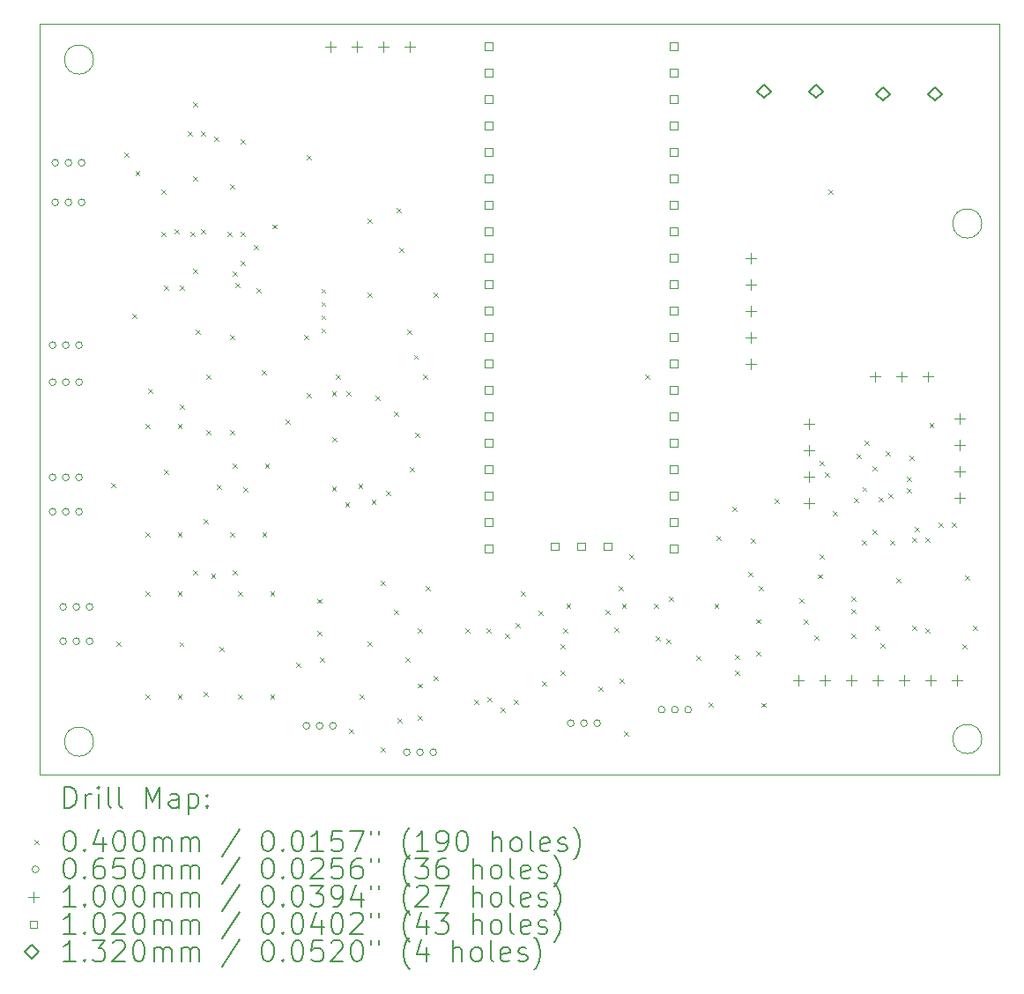
<source format=gbr>
%TF.GenerationSoftware,KiCad,Pcbnew,7.0.1*%
%TF.CreationDate,2023-04-29T04:40:31+02:00*%
%TF.ProjectId,Hexapod_Hardware,48657861-706f-4645-9f48-617264776172,rev?*%
%TF.SameCoordinates,Original*%
%TF.FileFunction,Drillmap*%
%TF.FilePolarity,Positive*%
%FSLAX45Y45*%
G04 Gerber Fmt 4.5, Leading zero omitted, Abs format (unit mm)*
G04 Created by KiCad (PCBNEW 7.0.1) date 2023-04-29 04:40:31*
%MOMM*%
%LPD*%
G01*
G04 APERTURE LIST*
%ADD10C,0.100000*%
%ADD11C,0.200000*%
%ADD12C,0.040000*%
%ADD13C,0.065000*%
%ADD14C,0.102000*%
%ADD15C,0.132000*%
G04 APERTURE END LIST*
D10*
X5867400Y-4305300D02*
X15087600Y-4305300D01*
X15087600Y-11518900D01*
X5867400Y-11518900D01*
X5867400Y-4305300D01*
X14922800Y-6223000D02*
G75*
G03*
X14922800Y-6223000I-140000J0D01*
G01*
X6388400Y-11201400D02*
G75*
G03*
X6388400Y-11201400I-140000J0D01*
G01*
X6388400Y-4648200D02*
G75*
G03*
X6388400Y-4648200I-140000J0D01*
G01*
X14922800Y-11176000D02*
G75*
G03*
X14922800Y-11176000I-140000J0D01*
G01*
D11*
D12*
X6558600Y-8717600D02*
X6598600Y-8757600D01*
X6598600Y-8717600D02*
X6558600Y-8757600D01*
X6609400Y-10241600D02*
X6649400Y-10281600D01*
X6649400Y-10241600D02*
X6609400Y-10281600D01*
X6685600Y-5542600D02*
X6725600Y-5582600D01*
X6725600Y-5542600D02*
X6685600Y-5582600D01*
X6761800Y-7092000D02*
X6801800Y-7132000D01*
X6801800Y-7092000D02*
X6761800Y-7132000D01*
X6789800Y-5720400D02*
X6829800Y-5760400D01*
X6829800Y-5720400D02*
X6789800Y-5760400D01*
X6886200Y-8152300D02*
X6926200Y-8192300D01*
X6926200Y-8152300D02*
X6886200Y-8192300D01*
X6886200Y-9193700D02*
X6926200Y-9233700D01*
X6926200Y-9193700D02*
X6886200Y-9233700D01*
X6886200Y-9759000D02*
X6926200Y-9799000D01*
X6926200Y-9759000D02*
X6886200Y-9799000D01*
X6886200Y-10749600D02*
X6926200Y-10789600D01*
X6926200Y-10749600D02*
X6886200Y-10789600D01*
X6911600Y-7812650D02*
X6951600Y-7852650D01*
X6951600Y-7812650D02*
X6911600Y-7852650D01*
X7041200Y-5898200D02*
X7081200Y-5938200D01*
X7081200Y-5898200D02*
X7041200Y-5938200D01*
X7041200Y-6304600D02*
X7081200Y-6344600D01*
X7081200Y-6304600D02*
X7041200Y-6344600D01*
X7066600Y-6822050D02*
X7106600Y-6862050D01*
X7106600Y-6822050D02*
X7066600Y-6862050D01*
X7066600Y-8590600D02*
X7106600Y-8630600D01*
X7106600Y-8590600D02*
X7066600Y-8630600D01*
X7168200Y-6279200D02*
X7208200Y-6319200D01*
X7208200Y-6279200D02*
X7168200Y-6319200D01*
X7196200Y-8152300D02*
X7236200Y-8192300D01*
X7236200Y-8152300D02*
X7196200Y-8192300D01*
X7196200Y-9193700D02*
X7236200Y-9233700D01*
X7236200Y-9193700D02*
X7196200Y-9233700D01*
X7196200Y-9759000D02*
X7236200Y-9799000D01*
X7236200Y-9759000D02*
X7196200Y-9799000D01*
X7196200Y-10749600D02*
X7236200Y-10789600D01*
X7236200Y-10749600D02*
X7196200Y-10789600D01*
X7213267Y-10245350D02*
X7253267Y-10285350D01*
X7253267Y-10245350D02*
X7213267Y-10285350D01*
X7219000Y-6822050D02*
X7259000Y-6862050D01*
X7259000Y-6822050D02*
X7219000Y-6862050D01*
X7219000Y-7965050D02*
X7259000Y-8005050D01*
X7259000Y-7965050D02*
X7219000Y-8005050D01*
X7295200Y-5339400D02*
X7335200Y-5379400D01*
X7335200Y-5339400D02*
X7295200Y-5379400D01*
X7320600Y-6300850D02*
X7360600Y-6340850D01*
X7360600Y-6300850D02*
X7320600Y-6340850D01*
X7346000Y-5060000D02*
X7386000Y-5100000D01*
X7386000Y-5060000D02*
X7346000Y-5100000D01*
X7346000Y-5771200D02*
X7386000Y-5811200D01*
X7386000Y-5771200D02*
X7346000Y-5811200D01*
X7346000Y-6660200D02*
X7386000Y-6700200D01*
X7386000Y-6660200D02*
X7346000Y-6700200D01*
X7346000Y-9555800D02*
X7386000Y-9595800D01*
X7386000Y-9555800D02*
X7346000Y-9595800D01*
X7371400Y-7244400D02*
X7411400Y-7284400D01*
X7411400Y-7244400D02*
X7371400Y-7284400D01*
X7422200Y-5339400D02*
X7462200Y-5379400D01*
X7462200Y-5339400D02*
X7422200Y-5379400D01*
X7422200Y-6279200D02*
X7462200Y-6319200D01*
X7462200Y-6279200D02*
X7422200Y-6319200D01*
X7447600Y-9064100D02*
X7487600Y-9104100D01*
X7487600Y-9064100D02*
X7447600Y-9104100D01*
X7447600Y-10724200D02*
X7487600Y-10764200D01*
X7487600Y-10724200D02*
X7447600Y-10764200D01*
X7473000Y-7676200D02*
X7513000Y-7716200D01*
X7513000Y-7676200D02*
X7473000Y-7716200D01*
X7473000Y-8209600D02*
X7513000Y-8249600D01*
X7513000Y-8209600D02*
X7473000Y-8249600D01*
X7518909Y-9586091D02*
X7558909Y-9626091D01*
X7558909Y-9586091D02*
X7518909Y-9626091D01*
X7549200Y-5390200D02*
X7589200Y-5430200D01*
X7589200Y-5390200D02*
X7549200Y-5430200D01*
X7574600Y-8736500D02*
X7614600Y-8776500D01*
X7614600Y-8736500D02*
X7574600Y-8776500D01*
X7600000Y-10292400D02*
X7640000Y-10332400D01*
X7640000Y-10292400D02*
X7600000Y-10332400D01*
X7676200Y-6304600D02*
X7716200Y-6344600D01*
X7716200Y-6304600D02*
X7676200Y-6344600D01*
X7699000Y-9193700D02*
X7739000Y-9233700D01*
X7739000Y-9193700D02*
X7699000Y-9233700D01*
X7701600Y-5847400D02*
X7741600Y-5887400D01*
X7741600Y-5847400D02*
X7701600Y-5887400D01*
X7701600Y-7295200D02*
X7741600Y-7335200D01*
X7741600Y-7295200D02*
X7701600Y-7335200D01*
X7701600Y-8209600D02*
X7741600Y-8249600D01*
X7741600Y-8209600D02*
X7701600Y-8249600D01*
X7724400Y-8533300D02*
X7764400Y-8573300D01*
X7764400Y-8533300D02*
X7724400Y-8573300D01*
X7727000Y-6685600D02*
X7767000Y-6725600D01*
X7767000Y-6685600D02*
X7727000Y-6725600D01*
X7727000Y-9555800D02*
X7767000Y-9595800D01*
X7767000Y-9555800D02*
X7727000Y-9595800D01*
X7752400Y-6796650D02*
X7792400Y-6836650D01*
X7792400Y-6796650D02*
X7752400Y-6836650D01*
X7775200Y-9759000D02*
X7815200Y-9799000D01*
X7815200Y-9759000D02*
X7775200Y-9799000D01*
X7775200Y-10749600D02*
X7815200Y-10789600D01*
X7815200Y-10749600D02*
X7775200Y-10789600D01*
X7799450Y-5415600D02*
X7839450Y-5455600D01*
X7839450Y-5415600D02*
X7799450Y-5455600D01*
X7803200Y-6304600D02*
X7843200Y-6344600D01*
X7843200Y-6304600D02*
X7803200Y-6344600D01*
X7803200Y-6584000D02*
X7843200Y-6624000D01*
X7843200Y-6584000D02*
X7803200Y-6624000D01*
X7828600Y-8761900D02*
X7868600Y-8801900D01*
X7868600Y-8761900D02*
X7828600Y-8801900D01*
X7930200Y-6431600D02*
X7970200Y-6471600D01*
X7970200Y-6431600D02*
X7930200Y-6471600D01*
X7955600Y-6847450D02*
X7995600Y-6887450D01*
X7995600Y-6847450D02*
X7955600Y-6887450D01*
X8006400Y-7634850D02*
X8046400Y-7674850D01*
X8046400Y-7634850D02*
X8006400Y-7674850D01*
X8009000Y-9193700D02*
X8049000Y-9233700D01*
X8049000Y-9193700D02*
X8009000Y-9233700D01*
X8034400Y-8533300D02*
X8074400Y-8573300D01*
X8074400Y-8533300D02*
X8034400Y-8573300D01*
X8085200Y-9759000D02*
X8125200Y-9799000D01*
X8125200Y-9759000D02*
X8085200Y-9799000D01*
X8085200Y-10749600D02*
X8125200Y-10789600D01*
X8125200Y-10749600D02*
X8085200Y-10789600D01*
X8108000Y-6231000D02*
X8148000Y-6271000D01*
X8148000Y-6231000D02*
X8108000Y-6271000D01*
X8235000Y-8108000D02*
X8275000Y-8148000D01*
X8275000Y-8108000D02*
X8235000Y-8148000D01*
X8336600Y-10442200D02*
X8376600Y-10482200D01*
X8376600Y-10442200D02*
X8336600Y-10482200D01*
X8412800Y-7295200D02*
X8452800Y-7335200D01*
X8452800Y-7295200D02*
X8412800Y-7335200D01*
X8438200Y-5568000D02*
X8478200Y-5608000D01*
X8478200Y-5568000D02*
X8438200Y-5608000D01*
X8438200Y-7854000D02*
X8478200Y-7894000D01*
X8478200Y-7854000D02*
X8438200Y-7894000D01*
X8539800Y-9830000D02*
X8579800Y-9870000D01*
X8579800Y-9830000D02*
X8539800Y-9870000D01*
X8539800Y-10140000D02*
X8579800Y-10180000D01*
X8579800Y-10140000D02*
X8539800Y-10180000D01*
X8565200Y-10394000D02*
X8605200Y-10434000D01*
X8605200Y-10394000D02*
X8565200Y-10434000D01*
X8576750Y-6850700D02*
X8616750Y-6890700D01*
X8616750Y-6850700D02*
X8576750Y-6890700D01*
X8576750Y-6977700D02*
X8616750Y-7017700D01*
X8616750Y-6977700D02*
X8576750Y-7017700D01*
X8576750Y-7104700D02*
X8616750Y-7144700D01*
X8616750Y-7104700D02*
X8576750Y-7144700D01*
X8576750Y-7231700D02*
X8616750Y-7271700D01*
X8616750Y-7231700D02*
X8576750Y-7271700D01*
X8679500Y-7836150D02*
X8719500Y-7876150D01*
X8719500Y-7836150D02*
X8679500Y-7876150D01*
X8679500Y-8750000D02*
X8719500Y-8790000D01*
X8719500Y-8750000D02*
X8679500Y-8790000D01*
X8685233Y-8278833D02*
X8725233Y-8318833D01*
X8725233Y-8278833D02*
X8685233Y-8318833D01*
X8717600Y-7676250D02*
X8757600Y-7716250D01*
X8757600Y-7676250D02*
X8717600Y-7716250D01*
X8806500Y-8902400D02*
X8846500Y-8942400D01*
X8846500Y-8902400D02*
X8806500Y-8942400D01*
X8817943Y-7836150D02*
X8857943Y-7876150D01*
X8857943Y-7836150D02*
X8817943Y-7876150D01*
X8844600Y-11079800D02*
X8884600Y-11119800D01*
X8884600Y-11079800D02*
X8844600Y-11119800D01*
X8933500Y-8724600D02*
X8973500Y-8764600D01*
X8973500Y-8724600D02*
X8933500Y-8764600D01*
X8946200Y-10749600D02*
X8986200Y-10789600D01*
X8986200Y-10749600D02*
X8946200Y-10789600D01*
X9022400Y-6177600D02*
X9062400Y-6217600D01*
X9062400Y-6177600D02*
X9022400Y-6217600D01*
X9022400Y-6888800D02*
X9062400Y-6928800D01*
X9062400Y-6888800D02*
X9022400Y-6928800D01*
X9022400Y-10239000D02*
X9062400Y-10279000D01*
X9062400Y-10239000D02*
X9022400Y-10279000D01*
X9060500Y-8877000D02*
X9100500Y-8917000D01*
X9100500Y-8877000D02*
X9060500Y-8917000D01*
X9098600Y-7879400D02*
X9138600Y-7919400D01*
X9138600Y-7879400D02*
X9098600Y-7919400D01*
X9149400Y-9657400D02*
X9189400Y-9697400D01*
X9189400Y-9657400D02*
X9149400Y-9697400D01*
X9149400Y-11257600D02*
X9189400Y-11297600D01*
X9189400Y-11257600D02*
X9149400Y-11297600D01*
X9200200Y-8793800D02*
X9240200Y-8833800D01*
X9240200Y-8793800D02*
X9200200Y-8833800D01*
X9276400Y-8031800D02*
X9316400Y-8071800D01*
X9316400Y-8031800D02*
X9276400Y-8071800D01*
X9276400Y-9936800D02*
X9316400Y-9976800D01*
X9316400Y-9936800D02*
X9276400Y-9976800D01*
X9301800Y-6076000D02*
X9341800Y-6116000D01*
X9341800Y-6076000D02*
X9301800Y-6116000D01*
X9306900Y-10978200D02*
X9346900Y-11018200D01*
X9346900Y-10978200D02*
X9306900Y-11018200D01*
X9327200Y-6457000D02*
X9367200Y-6497000D01*
X9367200Y-6457000D02*
X9327200Y-6497000D01*
X9382950Y-10394000D02*
X9422950Y-10434000D01*
X9422950Y-10394000D02*
X9382950Y-10434000D01*
X9403400Y-7240650D02*
X9443400Y-7280650D01*
X9443400Y-7240650D02*
X9403400Y-7280650D01*
X9428800Y-8565200D02*
X9468800Y-8605200D01*
X9468800Y-8565200D02*
X9428800Y-8605200D01*
X9466900Y-7485700D02*
X9506900Y-7525700D01*
X9506900Y-7485700D02*
X9466900Y-7525700D01*
X9479600Y-8235000D02*
X9519600Y-8275000D01*
X9519600Y-8235000D02*
X9479600Y-8275000D01*
X9505000Y-10114600D02*
X9545000Y-10154600D01*
X9545000Y-10114600D02*
X9505000Y-10154600D01*
X9505000Y-10642800D02*
X9545000Y-10682800D01*
X9545000Y-10642800D02*
X9505000Y-10682800D01*
X9505000Y-10952800D02*
X9545000Y-10992800D01*
X9545000Y-10952800D02*
X9505000Y-10992800D01*
X9555800Y-7676200D02*
X9595800Y-7716200D01*
X9595800Y-7676200D02*
X9555800Y-7716200D01*
X9581200Y-9708200D02*
X9621200Y-9748200D01*
X9621200Y-9708200D02*
X9581200Y-9748200D01*
X9657400Y-6888800D02*
X9697400Y-6928800D01*
X9697400Y-6888800D02*
X9657400Y-6928800D01*
X9657400Y-10571800D02*
X9697400Y-10611800D01*
X9697400Y-10571800D02*
X9657400Y-10611800D01*
X9962200Y-10114600D02*
X10002200Y-10154600D01*
X10002200Y-10114600D02*
X9962200Y-10154600D01*
X10044200Y-10800400D02*
X10084200Y-10840400D01*
X10084200Y-10800400D02*
X10044200Y-10840400D01*
X10165400Y-10114600D02*
X10205400Y-10154600D01*
X10205400Y-10114600D02*
X10165400Y-10154600D01*
X10171200Y-10775000D02*
X10211200Y-10815000D01*
X10211200Y-10775000D02*
X10171200Y-10815000D01*
X10298200Y-10876600D02*
X10338200Y-10916600D01*
X10338200Y-10876600D02*
X10298200Y-10916600D01*
X10343200Y-10165400D02*
X10383200Y-10205400D01*
X10383200Y-10165400D02*
X10343200Y-10205400D01*
X10425200Y-10800400D02*
X10465200Y-10840400D01*
X10465200Y-10800400D02*
X10425200Y-10840400D01*
X10444800Y-10063800D02*
X10484800Y-10103800D01*
X10484800Y-10063800D02*
X10444800Y-10103800D01*
X10495066Y-9759000D02*
X10535066Y-9799000D01*
X10535066Y-9759000D02*
X10495066Y-9799000D01*
X10666500Y-9947000D02*
X10706500Y-9987000D01*
X10706500Y-9947000D02*
X10666500Y-9987000D01*
X10698800Y-10622600D02*
X10738800Y-10662600D01*
X10738800Y-10622600D02*
X10698800Y-10662600D01*
X10876600Y-10267000D02*
X10916600Y-10307000D01*
X10916600Y-10267000D02*
X10876600Y-10307000D01*
X10876600Y-10521000D02*
X10916600Y-10561000D01*
X10916600Y-10521000D02*
X10876600Y-10561000D01*
X10902000Y-10114600D02*
X10942000Y-10154600D01*
X10942000Y-10114600D02*
X10902000Y-10154600D01*
X10931300Y-9879500D02*
X10971300Y-9919500D01*
X10971300Y-9879500D02*
X10931300Y-9919500D01*
X11241950Y-10670150D02*
X11281950Y-10710150D01*
X11281950Y-10670150D02*
X11241950Y-10710150D01*
X11308400Y-9936800D02*
X11348400Y-9976800D01*
X11348400Y-9936800D02*
X11308400Y-9976800D01*
X11391100Y-10108100D02*
X11431100Y-10148100D01*
X11431100Y-10108100D02*
X11391100Y-10148100D01*
X11435400Y-9708200D02*
X11475400Y-9748200D01*
X11475400Y-9708200D02*
X11435400Y-9748200D01*
X11445650Y-10597200D02*
X11485650Y-10637200D01*
X11485650Y-10597200D02*
X11445650Y-10637200D01*
X11464700Y-9879500D02*
X11504700Y-9919500D01*
X11504700Y-9879500D02*
X11464700Y-9919500D01*
X11486200Y-11105200D02*
X11526200Y-11145200D01*
X11526200Y-11105200D02*
X11486200Y-11145200D01*
X11537000Y-9403400D02*
X11577000Y-9443400D01*
X11577000Y-9403400D02*
X11537000Y-9443400D01*
X11689400Y-7676200D02*
X11729400Y-7716200D01*
X11729400Y-7676200D02*
X11689400Y-7716200D01*
X11774700Y-9879500D02*
X11814700Y-9919500D01*
X11814700Y-9879500D02*
X11774700Y-9919500D01*
X11791000Y-10190800D02*
X11831000Y-10230800D01*
X11831000Y-10190800D02*
X11791000Y-10230800D01*
X11892600Y-10216200D02*
X11932600Y-10256200D01*
X11932600Y-10216200D02*
X11892600Y-10256200D01*
X11918000Y-9809800D02*
X11958000Y-9849800D01*
X11958000Y-9809800D02*
X11918000Y-9849800D01*
X12177733Y-10374333D02*
X12217733Y-10414333D01*
X12217733Y-10374333D02*
X12177733Y-10414333D01*
X12299000Y-10825800D02*
X12339000Y-10865800D01*
X12339000Y-10825800D02*
X12299000Y-10865800D01*
X12353550Y-9874612D02*
X12393550Y-9914612D01*
X12393550Y-9874612D02*
X12353550Y-9914612D01*
X12375200Y-9225600D02*
X12415200Y-9265600D01*
X12415200Y-9225600D02*
X12375200Y-9265600D01*
X12527600Y-8946200D02*
X12567600Y-8986200D01*
X12567600Y-8946200D02*
X12527600Y-8986200D01*
X12553000Y-10368600D02*
X12593000Y-10408600D01*
X12593000Y-10368600D02*
X12553000Y-10408600D01*
X12553000Y-10518400D02*
X12593000Y-10558400D01*
X12593000Y-10518400D02*
X12553000Y-10558400D01*
X12680000Y-9573463D02*
X12720000Y-9613463D01*
X12720000Y-9573463D02*
X12680000Y-9613463D01*
X12705400Y-9251000D02*
X12745400Y-9291000D01*
X12745400Y-9251000D02*
X12705400Y-9291000D01*
X12756200Y-10025463D02*
X12796200Y-10065463D01*
X12796200Y-10025463D02*
X12756200Y-10065463D01*
X12756200Y-10335463D02*
X12796200Y-10375463D01*
X12796200Y-10335463D02*
X12756200Y-10375463D01*
X12781600Y-9708200D02*
X12821600Y-9748200D01*
X12821600Y-9708200D02*
X12781600Y-9748200D01*
X12807000Y-10828400D02*
X12847000Y-10868400D01*
X12847000Y-10828400D02*
X12807000Y-10868400D01*
X12934000Y-8870000D02*
X12974000Y-8910000D01*
X12974000Y-8870000D02*
X12934000Y-8910000D01*
X13168228Y-9824949D02*
X13208228Y-9864949D01*
X13208228Y-9824949D02*
X13168228Y-9864949D01*
X13213400Y-10030663D02*
X13253400Y-10070663D01*
X13253400Y-10030663D02*
X13213400Y-10070663D01*
X13315000Y-10183063D02*
X13355000Y-10223063D01*
X13355000Y-10183063D02*
X13315000Y-10223063D01*
X13349196Y-9592596D02*
X13389196Y-9632596D01*
X13389196Y-9592596D02*
X13349196Y-9632596D01*
X13365800Y-8506663D02*
X13405800Y-8546663D01*
X13405800Y-8506663D02*
X13365800Y-8546663D01*
X13365800Y-9403400D02*
X13405800Y-9443400D01*
X13405800Y-9403400D02*
X13365800Y-9443400D01*
X13416600Y-8616000D02*
X13456600Y-8656000D01*
X13456600Y-8616000D02*
X13416600Y-8656000D01*
X13452200Y-5899600D02*
X13492200Y-5939600D01*
X13492200Y-5899600D02*
X13452200Y-5939600D01*
X13492800Y-8989263D02*
X13532800Y-9029263D01*
X13532800Y-8989263D02*
X13492800Y-9029263D01*
X13670600Y-9809800D02*
X13710600Y-9849800D01*
X13710600Y-9809800D02*
X13670600Y-9849800D01*
X13670600Y-9929063D02*
X13710600Y-9969063D01*
X13710600Y-9929063D02*
X13670600Y-9969063D01*
X13670600Y-10165400D02*
X13710600Y-10205400D01*
X13710600Y-10165400D02*
X13670600Y-10205400D01*
X13695400Y-8862863D02*
X13735400Y-8902863D01*
X13735400Y-8862863D02*
X13695400Y-8902863D01*
X13721400Y-8438200D02*
X13761400Y-8478200D01*
X13761400Y-8438200D02*
X13721400Y-8478200D01*
X13772200Y-9268663D02*
X13812200Y-9308663D01*
X13812200Y-9268663D02*
X13772200Y-9308663D01*
X13775411Y-8754437D02*
X13815411Y-8794437D01*
X13815411Y-8754437D02*
X13775411Y-8794437D01*
X13793850Y-8311200D02*
X13833850Y-8351200D01*
X13833850Y-8311200D02*
X13793850Y-8351200D01*
X13873800Y-8557463D02*
X13913800Y-8597463D01*
X13913800Y-8557463D02*
X13873800Y-8597463D01*
X13873800Y-9167063D02*
X13913800Y-9207063D01*
X13913800Y-9167063D02*
X13873800Y-9207063D01*
X13899200Y-10089200D02*
X13939200Y-10129200D01*
X13939200Y-10089200D02*
X13899200Y-10129200D01*
X13932233Y-8852233D02*
X13972233Y-8892233D01*
X13972233Y-8852233D02*
X13932233Y-8892233D01*
X13950000Y-10259263D02*
X13990000Y-10299263D01*
X13990000Y-10259263D02*
X13950000Y-10299263D01*
X14000800Y-8412800D02*
X14040800Y-8452800D01*
X14040800Y-8412800D02*
X14000800Y-8452800D01*
X14026527Y-8819085D02*
X14066527Y-8859085D01*
X14066527Y-8819085D02*
X14026527Y-8859085D01*
X14044050Y-9268663D02*
X14084050Y-9308663D01*
X14084050Y-9268663D02*
X14044050Y-9308663D01*
X14102400Y-9632000D02*
X14142400Y-9672000D01*
X14142400Y-9632000D02*
X14102400Y-9672000D01*
X14203950Y-8768400D02*
X14243950Y-8808400D01*
X14243950Y-8768400D02*
X14203950Y-8808400D01*
X14204000Y-8659063D02*
X14244000Y-8699063D01*
X14244000Y-8659063D02*
X14204000Y-8699063D01*
X14229400Y-8455863D02*
X14269400Y-8495863D01*
X14269400Y-8455863D02*
X14229400Y-8495863D01*
X14254800Y-9243263D02*
X14294800Y-9283263D01*
X14294800Y-9243263D02*
X14254800Y-9283263D01*
X14254800Y-10089200D02*
X14294800Y-10129200D01*
X14294800Y-10089200D02*
X14254800Y-10129200D01*
X14280200Y-9141663D02*
X14320200Y-9181663D01*
X14320200Y-9141663D02*
X14280200Y-9181663D01*
X14381800Y-9243263D02*
X14421800Y-9283263D01*
X14421800Y-9243263D02*
X14381800Y-9283263D01*
X14381800Y-10114600D02*
X14421800Y-10154600D01*
X14421800Y-10114600D02*
X14381800Y-10154600D01*
X14419900Y-8138363D02*
X14459900Y-8178363D01*
X14459900Y-8138363D02*
X14419900Y-8178363D01*
X14508800Y-9098600D02*
X14548800Y-9138600D01*
X14548800Y-9098600D02*
X14508800Y-9138600D01*
X14635800Y-9098600D02*
X14675800Y-9138600D01*
X14675800Y-9098600D02*
X14635800Y-9138600D01*
X14737400Y-10267000D02*
X14777400Y-10307000D01*
X14777400Y-10267000D02*
X14737400Y-10307000D01*
X14762800Y-9606600D02*
X14802800Y-9646600D01*
X14802800Y-9606600D02*
X14762800Y-9646600D01*
X14839000Y-10089200D02*
X14879000Y-10129200D01*
X14879000Y-10089200D02*
X14839000Y-10129200D01*
D13*
X6026900Y-7391400D02*
G75*
G03*
X6026900Y-7391400I-32500J0D01*
G01*
X6026900Y-8661400D02*
G75*
G03*
X6026900Y-8661400I-32500J0D01*
G01*
X6026900Y-8991600D02*
G75*
G03*
X6026900Y-8991600I-32500J0D01*
G01*
X6027400Y-7747000D02*
G75*
G03*
X6027400Y-7747000I-32500J0D01*
G01*
X6052300Y-5638800D02*
G75*
G03*
X6052300Y-5638800I-32500J0D01*
G01*
X6052300Y-6019800D02*
G75*
G03*
X6052300Y-6019800I-32500J0D01*
G01*
X6128500Y-9906000D02*
G75*
G03*
X6128500Y-9906000I-32500J0D01*
G01*
X6128500Y-10236200D02*
G75*
G03*
X6128500Y-10236200I-32500J0D01*
G01*
X6153900Y-7391400D02*
G75*
G03*
X6153900Y-7391400I-32500J0D01*
G01*
X6153900Y-8661400D02*
G75*
G03*
X6153900Y-8661400I-32500J0D01*
G01*
X6153900Y-8991600D02*
G75*
G03*
X6153900Y-8991600I-32500J0D01*
G01*
X6154400Y-7747000D02*
G75*
G03*
X6154400Y-7747000I-32500J0D01*
G01*
X6179300Y-5638800D02*
G75*
G03*
X6179300Y-5638800I-32500J0D01*
G01*
X6179300Y-6019800D02*
G75*
G03*
X6179300Y-6019800I-32500J0D01*
G01*
X6255500Y-9906000D02*
G75*
G03*
X6255500Y-9906000I-32500J0D01*
G01*
X6255500Y-10236200D02*
G75*
G03*
X6255500Y-10236200I-32500J0D01*
G01*
X6280900Y-7391400D02*
G75*
G03*
X6280900Y-7391400I-32500J0D01*
G01*
X6280900Y-8661400D02*
G75*
G03*
X6280900Y-8661400I-32500J0D01*
G01*
X6280900Y-8991600D02*
G75*
G03*
X6280900Y-8991600I-32500J0D01*
G01*
X6281400Y-7747000D02*
G75*
G03*
X6281400Y-7747000I-32500J0D01*
G01*
X6306300Y-5638800D02*
G75*
G03*
X6306300Y-5638800I-32500J0D01*
G01*
X6306300Y-6019800D02*
G75*
G03*
X6306300Y-6019800I-32500J0D01*
G01*
X6382500Y-9906000D02*
G75*
G03*
X6382500Y-9906000I-32500J0D01*
G01*
X6382500Y-10236200D02*
G75*
G03*
X6382500Y-10236200I-32500J0D01*
G01*
X8465800Y-11049000D02*
G75*
G03*
X8465800Y-11049000I-32500J0D01*
G01*
X8592800Y-11049000D02*
G75*
G03*
X8592800Y-11049000I-32500J0D01*
G01*
X8719800Y-11049000D02*
G75*
G03*
X8719800Y-11049000I-32500J0D01*
G01*
X9430500Y-11303000D02*
G75*
G03*
X9430500Y-11303000I-32500J0D01*
G01*
X9557500Y-11303000D02*
G75*
G03*
X9557500Y-11303000I-32500J0D01*
G01*
X9684500Y-11303000D02*
G75*
G03*
X9684500Y-11303000I-32500J0D01*
G01*
X11005300Y-11023600D02*
G75*
G03*
X11005300Y-11023600I-32500J0D01*
G01*
X11132300Y-11023600D02*
G75*
G03*
X11132300Y-11023600I-32500J0D01*
G01*
X11259300Y-11023600D02*
G75*
G03*
X11259300Y-11023600I-32500J0D01*
G01*
X11878650Y-10893350D02*
G75*
G03*
X11878650Y-10893350I-32500J0D01*
G01*
X12005650Y-10893350D02*
G75*
G03*
X12005650Y-10893350I-32500J0D01*
G01*
X12132650Y-10893350D02*
G75*
G03*
X12132650Y-10893350I-32500J0D01*
G01*
D10*
X8661400Y-4471200D02*
X8661400Y-4571200D01*
X8611400Y-4521200D02*
X8711400Y-4521200D01*
X8915400Y-4471200D02*
X8915400Y-4571200D01*
X8865400Y-4521200D02*
X8965400Y-4521200D01*
X9169400Y-4471200D02*
X9169400Y-4571200D01*
X9119400Y-4521200D02*
X9219400Y-4521200D01*
X9423400Y-4471200D02*
X9423400Y-4571200D01*
X9373400Y-4521200D02*
X9473400Y-4521200D01*
X12700000Y-6503200D02*
X12700000Y-6603200D01*
X12650000Y-6553200D02*
X12750000Y-6553200D01*
X12700000Y-6757200D02*
X12700000Y-6857200D01*
X12650000Y-6807200D02*
X12750000Y-6807200D01*
X12700000Y-7011200D02*
X12700000Y-7111200D01*
X12650000Y-7061200D02*
X12750000Y-7061200D01*
X12700000Y-7265200D02*
X12700000Y-7365200D01*
X12650000Y-7315200D02*
X12750000Y-7315200D01*
X12700000Y-7519200D02*
X12700000Y-7619200D01*
X12650000Y-7569200D02*
X12750000Y-7569200D01*
X13157200Y-10559463D02*
X13157200Y-10659463D01*
X13107200Y-10609463D02*
X13207200Y-10609463D01*
X13258800Y-8096663D02*
X13258800Y-8196663D01*
X13208800Y-8146663D02*
X13308800Y-8146663D01*
X13258800Y-8350663D02*
X13258800Y-8450663D01*
X13208800Y-8400663D02*
X13308800Y-8400663D01*
X13258800Y-8604663D02*
X13258800Y-8704663D01*
X13208800Y-8654663D02*
X13308800Y-8654663D01*
X13258800Y-8858663D02*
X13258800Y-8958663D01*
X13208800Y-8908663D02*
X13308800Y-8908663D01*
X13411200Y-10559463D02*
X13411200Y-10659463D01*
X13361200Y-10609463D02*
X13461200Y-10609463D01*
X13665200Y-10559463D02*
X13665200Y-10659463D01*
X13615200Y-10609463D02*
X13715200Y-10609463D01*
X13893800Y-7644963D02*
X13893800Y-7744963D01*
X13843800Y-7694963D02*
X13943800Y-7694963D01*
X13919200Y-10559463D02*
X13919200Y-10659463D01*
X13869200Y-10609463D02*
X13969200Y-10609463D01*
X14147800Y-7644963D02*
X14147800Y-7744963D01*
X14097800Y-7694963D02*
X14197800Y-7694963D01*
X14173200Y-10559463D02*
X14173200Y-10659463D01*
X14123200Y-10609463D02*
X14223200Y-10609463D01*
X14401800Y-7644963D02*
X14401800Y-7744963D01*
X14351800Y-7694963D02*
X14451800Y-7694963D01*
X14427200Y-10559463D02*
X14427200Y-10659463D01*
X14377200Y-10609463D02*
X14477200Y-10609463D01*
X14681200Y-10559463D02*
X14681200Y-10659463D01*
X14631200Y-10609463D02*
X14731200Y-10609463D01*
X14706600Y-8045863D02*
X14706600Y-8145863D01*
X14656600Y-8095863D02*
X14756600Y-8095863D01*
X14706600Y-8299863D02*
X14706600Y-8399863D01*
X14656600Y-8349863D02*
X14756600Y-8349863D01*
X14706600Y-8553863D02*
X14706600Y-8653863D01*
X14656600Y-8603863D02*
X14756600Y-8603863D01*
X14706600Y-8807863D02*
X14706600Y-8907863D01*
X14656600Y-8857863D02*
X14756600Y-8857863D01*
D14*
X10221463Y-4557263D02*
X10221463Y-4485137D01*
X10149337Y-4485137D01*
X10149337Y-4557263D01*
X10221463Y-4557263D01*
X10221463Y-4811263D02*
X10221463Y-4739137D01*
X10149337Y-4739137D01*
X10149337Y-4811263D01*
X10221463Y-4811263D01*
X10221463Y-5065263D02*
X10221463Y-4993137D01*
X10149337Y-4993137D01*
X10149337Y-5065263D01*
X10221463Y-5065263D01*
X10221463Y-5319263D02*
X10221463Y-5247137D01*
X10149337Y-5247137D01*
X10149337Y-5319263D01*
X10221463Y-5319263D01*
X10221463Y-5573263D02*
X10221463Y-5501137D01*
X10149337Y-5501137D01*
X10149337Y-5573263D01*
X10221463Y-5573263D01*
X10221463Y-5827263D02*
X10221463Y-5755137D01*
X10149337Y-5755137D01*
X10149337Y-5827263D01*
X10221463Y-5827263D01*
X10221463Y-6081263D02*
X10221463Y-6009137D01*
X10149337Y-6009137D01*
X10149337Y-6081263D01*
X10221463Y-6081263D01*
X10221463Y-6335263D02*
X10221463Y-6263137D01*
X10149337Y-6263137D01*
X10149337Y-6335263D01*
X10221463Y-6335263D01*
X10221463Y-6589263D02*
X10221463Y-6517137D01*
X10149337Y-6517137D01*
X10149337Y-6589263D01*
X10221463Y-6589263D01*
X10221463Y-6843263D02*
X10221463Y-6771137D01*
X10149337Y-6771137D01*
X10149337Y-6843263D01*
X10221463Y-6843263D01*
X10221463Y-7097263D02*
X10221463Y-7025137D01*
X10149337Y-7025137D01*
X10149337Y-7097263D01*
X10221463Y-7097263D01*
X10221463Y-7351263D02*
X10221463Y-7279137D01*
X10149337Y-7279137D01*
X10149337Y-7351263D01*
X10221463Y-7351263D01*
X10221463Y-7605263D02*
X10221463Y-7533137D01*
X10149337Y-7533137D01*
X10149337Y-7605263D01*
X10221463Y-7605263D01*
X10221463Y-7859263D02*
X10221463Y-7787137D01*
X10149337Y-7787137D01*
X10149337Y-7859263D01*
X10221463Y-7859263D01*
X10221463Y-8113263D02*
X10221463Y-8041137D01*
X10149337Y-8041137D01*
X10149337Y-8113263D01*
X10221463Y-8113263D01*
X10221463Y-8367263D02*
X10221463Y-8295137D01*
X10149337Y-8295137D01*
X10149337Y-8367263D01*
X10221463Y-8367263D01*
X10221463Y-8621263D02*
X10221463Y-8549137D01*
X10149337Y-8549137D01*
X10149337Y-8621263D01*
X10221463Y-8621263D01*
X10221463Y-8875263D02*
X10221463Y-8803137D01*
X10149337Y-8803137D01*
X10149337Y-8875263D01*
X10221463Y-8875263D01*
X10221463Y-9129263D02*
X10221463Y-9057137D01*
X10149337Y-9057137D01*
X10149337Y-9129263D01*
X10221463Y-9129263D01*
X10221463Y-9383263D02*
X10221463Y-9311137D01*
X10149337Y-9311137D01*
X10149337Y-9383263D01*
X10221463Y-9383263D01*
X10856463Y-9360263D02*
X10856463Y-9288137D01*
X10784337Y-9288137D01*
X10784337Y-9360263D01*
X10856463Y-9360263D01*
X11110463Y-9360263D02*
X11110463Y-9288137D01*
X11038337Y-9288137D01*
X11038337Y-9360263D01*
X11110463Y-9360263D01*
X11364463Y-9360263D02*
X11364463Y-9288137D01*
X11292337Y-9288137D01*
X11292337Y-9360263D01*
X11364463Y-9360263D01*
X11999463Y-4557263D02*
X11999463Y-4485137D01*
X11927337Y-4485137D01*
X11927337Y-4557263D01*
X11999463Y-4557263D01*
X11999463Y-4811263D02*
X11999463Y-4739137D01*
X11927337Y-4739137D01*
X11927337Y-4811263D01*
X11999463Y-4811263D01*
X11999463Y-5065263D02*
X11999463Y-4993137D01*
X11927337Y-4993137D01*
X11927337Y-5065263D01*
X11999463Y-5065263D01*
X11999463Y-5319263D02*
X11999463Y-5247137D01*
X11927337Y-5247137D01*
X11927337Y-5319263D01*
X11999463Y-5319263D01*
X11999463Y-5573263D02*
X11999463Y-5501137D01*
X11927337Y-5501137D01*
X11927337Y-5573263D01*
X11999463Y-5573263D01*
X11999463Y-5827263D02*
X11999463Y-5755137D01*
X11927337Y-5755137D01*
X11927337Y-5827263D01*
X11999463Y-5827263D01*
X11999463Y-6081263D02*
X11999463Y-6009137D01*
X11927337Y-6009137D01*
X11927337Y-6081263D01*
X11999463Y-6081263D01*
X11999463Y-6335263D02*
X11999463Y-6263137D01*
X11927337Y-6263137D01*
X11927337Y-6335263D01*
X11999463Y-6335263D01*
X11999463Y-6589263D02*
X11999463Y-6517137D01*
X11927337Y-6517137D01*
X11927337Y-6589263D01*
X11999463Y-6589263D01*
X11999463Y-6843263D02*
X11999463Y-6771137D01*
X11927337Y-6771137D01*
X11927337Y-6843263D01*
X11999463Y-6843263D01*
X11999463Y-7097263D02*
X11999463Y-7025137D01*
X11927337Y-7025137D01*
X11927337Y-7097263D01*
X11999463Y-7097263D01*
X11999463Y-7351263D02*
X11999463Y-7279137D01*
X11927337Y-7279137D01*
X11927337Y-7351263D01*
X11999463Y-7351263D01*
X11999463Y-7605263D02*
X11999463Y-7533137D01*
X11927337Y-7533137D01*
X11927337Y-7605263D01*
X11999463Y-7605263D01*
X11999463Y-7859263D02*
X11999463Y-7787137D01*
X11927337Y-7787137D01*
X11927337Y-7859263D01*
X11999463Y-7859263D01*
X11999463Y-8113263D02*
X11999463Y-8041137D01*
X11927337Y-8041137D01*
X11927337Y-8113263D01*
X11999463Y-8113263D01*
X11999463Y-8367263D02*
X11999463Y-8295137D01*
X11927337Y-8295137D01*
X11927337Y-8367263D01*
X11999463Y-8367263D01*
X11999463Y-8621263D02*
X11999463Y-8549137D01*
X11927337Y-8549137D01*
X11927337Y-8621263D01*
X11999463Y-8621263D01*
X11999463Y-8875263D02*
X11999463Y-8803137D01*
X11927337Y-8803137D01*
X11927337Y-8875263D01*
X11999463Y-8875263D01*
X11999463Y-9129263D02*
X11999463Y-9057137D01*
X11927337Y-9057137D01*
X11927337Y-9129263D01*
X11999463Y-9129263D01*
X11999463Y-9383263D02*
X11999463Y-9311137D01*
X11927337Y-9311137D01*
X11927337Y-9383263D01*
X11999463Y-9383263D01*
D15*
X12832100Y-5019000D02*
X12898100Y-4953000D01*
X12832100Y-4887000D01*
X12766100Y-4953000D01*
X12832100Y-5019000D01*
X13332100Y-5019000D02*
X13398100Y-4953000D01*
X13332100Y-4887000D01*
X13266100Y-4953000D01*
X13332100Y-5019000D01*
X13975100Y-5044400D02*
X14041100Y-4978400D01*
X13975100Y-4912400D01*
X13909100Y-4978400D01*
X13975100Y-5044400D01*
X14475100Y-5044400D02*
X14541100Y-4978400D01*
X14475100Y-4912400D01*
X14409100Y-4978400D01*
X14475100Y-5044400D01*
D11*
X6110019Y-11836424D02*
X6110019Y-11636424D01*
X6110019Y-11636424D02*
X6157638Y-11636424D01*
X6157638Y-11636424D02*
X6186209Y-11645948D01*
X6186209Y-11645948D02*
X6205257Y-11664995D01*
X6205257Y-11664995D02*
X6214781Y-11684043D01*
X6214781Y-11684043D02*
X6224305Y-11722138D01*
X6224305Y-11722138D02*
X6224305Y-11750709D01*
X6224305Y-11750709D02*
X6214781Y-11788805D01*
X6214781Y-11788805D02*
X6205257Y-11807852D01*
X6205257Y-11807852D02*
X6186209Y-11826900D01*
X6186209Y-11826900D02*
X6157638Y-11836424D01*
X6157638Y-11836424D02*
X6110019Y-11836424D01*
X6310019Y-11836424D02*
X6310019Y-11703090D01*
X6310019Y-11741186D02*
X6319543Y-11722138D01*
X6319543Y-11722138D02*
X6329067Y-11712614D01*
X6329067Y-11712614D02*
X6348114Y-11703090D01*
X6348114Y-11703090D02*
X6367162Y-11703090D01*
X6433828Y-11836424D02*
X6433828Y-11703090D01*
X6433828Y-11636424D02*
X6424305Y-11645948D01*
X6424305Y-11645948D02*
X6433828Y-11655471D01*
X6433828Y-11655471D02*
X6443352Y-11645948D01*
X6443352Y-11645948D02*
X6433828Y-11636424D01*
X6433828Y-11636424D02*
X6433828Y-11655471D01*
X6557638Y-11836424D02*
X6538590Y-11826900D01*
X6538590Y-11826900D02*
X6529067Y-11807852D01*
X6529067Y-11807852D02*
X6529067Y-11636424D01*
X6662400Y-11836424D02*
X6643352Y-11826900D01*
X6643352Y-11826900D02*
X6633828Y-11807852D01*
X6633828Y-11807852D02*
X6633828Y-11636424D01*
X6890971Y-11836424D02*
X6890971Y-11636424D01*
X6890971Y-11636424D02*
X6957638Y-11779281D01*
X6957638Y-11779281D02*
X7024305Y-11636424D01*
X7024305Y-11636424D02*
X7024305Y-11836424D01*
X7205257Y-11836424D02*
X7205257Y-11731662D01*
X7205257Y-11731662D02*
X7195733Y-11712614D01*
X7195733Y-11712614D02*
X7176686Y-11703090D01*
X7176686Y-11703090D02*
X7138590Y-11703090D01*
X7138590Y-11703090D02*
X7119543Y-11712614D01*
X7205257Y-11826900D02*
X7186209Y-11836424D01*
X7186209Y-11836424D02*
X7138590Y-11836424D01*
X7138590Y-11836424D02*
X7119543Y-11826900D01*
X7119543Y-11826900D02*
X7110019Y-11807852D01*
X7110019Y-11807852D02*
X7110019Y-11788805D01*
X7110019Y-11788805D02*
X7119543Y-11769757D01*
X7119543Y-11769757D02*
X7138590Y-11760233D01*
X7138590Y-11760233D02*
X7186209Y-11760233D01*
X7186209Y-11760233D02*
X7205257Y-11750709D01*
X7300495Y-11703090D02*
X7300495Y-11903090D01*
X7300495Y-11712614D02*
X7319543Y-11703090D01*
X7319543Y-11703090D02*
X7357638Y-11703090D01*
X7357638Y-11703090D02*
X7376686Y-11712614D01*
X7376686Y-11712614D02*
X7386209Y-11722138D01*
X7386209Y-11722138D02*
X7395733Y-11741186D01*
X7395733Y-11741186D02*
X7395733Y-11798328D01*
X7395733Y-11798328D02*
X7386209Y-11817376D01*
X7386209Y-11817376D02*
X7376686Y-11826900D01*
X7376686Y-11826900D02*
X7357638Y-11836424D01*
X7357638Y-11836424D02*
X7319543Y-11836424D01*
X7319543Y-11836424D02*
X7300495Y-11826900D01*
X7481448Y-11817376D02*
X7490971Y-11826900D01*
X7490971Y-11826900D02*
X7481448Y-11836424D01*
X7481448Y-11836424D02*
X7471924Y-11826900D01*
X7471924Y-11826900D02*
X7481448Y-11817376D01*
X7481448Y-11817376D02*
X7481448Y-11836424D01*
X7481448Y-11712614D02*
X7490971Y-11722138D01*
X7490971Y-11722138D02*
X7481448Y-11731662D01*
X7481448Y-11731662D02*
X7471924Y-11722138D01*
X7471924Y-11722138D02*
X7481448Y-11712614D01*
X7481448Y-11712614D02*
X7481448Y-11731662D01*
D12*
X5822400Y-12143900D02*
X5862400Y-12183900D01*
X5862400Y-12143900D02*
X5822400Y-12183900D01*
D11*
X6148114Y-12056424D02*
X6167162Y-12056424D01*
X6167162Y-12056424D02*
X6186209Y-12065948D01*
X6186209Y-12065948D02*
X6195733Y-12075471D01*
X6195733Y-12075471D02*
X6205257Y-12094519D01*
X6205257Y-12094519D02*
X6214781Y-12132614D01*
X6214781Y-12132614D02*
X6214781Y-12180233D01*
X6214781Y-12180233D02*
X6205257Y-12218328D01*
X6205257Y-12218328D02*
X6195733Y-12237376D01*
X6195733Y-12237376D02*
X6186209Y-12246900D01*
X6186209Y-12246900D02*
X6167162Y-12256424D01*
X6167162Y-12256424D02*
X6148114Y-12256424D01*
X6148114Y-12256424D02*
X6129067Y-12246900D01*
X6129067Y-12246900D02*
X6119543Y-12237376D01*
X6119543Y-12237376D02*
X6110019Y-12218328D01*
X6110019Y-12218328D02*
X6100495Y-12180233D01*
X6100495Y-12180233D02*
X6100495Y-12132614D01*
X6100495Y-12132614D02*
X6110019Y-12094519D01*
X6110019Y-12094519D02*
X6119543Y-12075471D01*
X6119543Y-12075471D02*
X6129067Y-12065948D01*
X6129067Y-12065948D02*
X6148114Y-12056424D01*
X6300495Y-12237376D02*
X6310019Y-12246900D01*
X6310019Y-12246900D02*
X6300495Y-12256424D01*
X6300495Y-12256424D02*
X6290971Y-12246900D01*
X6290971Y-12246900D02*
X6300495Y-12237376D01*
X6300495Y-12237376D02*
X6300495Y-12256424D01*
X6481448Y-12123090D02*
X6481448Y-12256424D01*
X6433828Y-12046900D02*
X6386209Y-12189757D01*
X6386209Y-12189757D02*
X6510019Y-12189757D01*
X6624305Y-12056424D02*
X6643352Y-12056424D01*
X6643352Y-12056424D02*
X6662400Y-12065948D01*
X6662400Y-12065948D02*
X6671924Y-12075471D01*
X6671924Y-12075471D02*
X6681448Y-12094519D01*
X6681448Y-12094519D02*
X6690971Y-12132614D01*
X6690971Y-12132614D02*
X6690971Y-12180233D01*
X6690971Y-12180233D02*
X6681448Y-12218328D01*
X6681448Y-12218328D02*
X6671924Y-12237376D01*
X6671924Y-12237376D02*
X6662400Y-12246900D01*
X6662400Y-12246900D02*
X6643352Y-12256424D01*
X6643352Y-12256424D02*
X6624305Y-12256424D01*
X6624305Y-12256424D02*
X6605257Y-12246900D01*
X6605257Y-12246900D02*
X6595733Y-12237376D01*
X6595733Y-12237376D02*
X6586209Y-12218328D01*
X6586209Y-12218328D02*
X6576686Y-12180233D01*
X6576686Y-12180233D02*
X6576686Y-12132614D01*
X6576686Y-12132614D02*
X6586209Y-12094519D01*
X6586209Y-12094519D02*
X6595733Y-12075471D01*
X6595733Y-12075471D02*
X6605257Y-12065948D01*
X6605257Y-12065948D02*
X6624305Y-12056424D01*
X6814781Y-12056424D02*
X6833829Y-12056424D01*
X6833829Y-12056424D02*
X6852876Y-12065948D01*
X6852876Y-12065948D02*
X6862400Y-12075471D01*
X6862400Y-12075471D02*
X6871924Y-12094519D01*
X6871924Y-12094519D02*
X6881448Y-12132614D01*
X6881448Y-12132614D02*
X6881448Y-12180233D01*
X6881448Y-12180233D02*
X6871924Y-12218328D01*
X6871924Y-12218328D02*
X6862400Y-12237376D01*
X6862400Y-12237376D02*
X6852876Y-12246900D01*
X6852876Y-12246900D02*
X6833829Y-12256424D01*
X6833829Y-12256424D02*
X6814781Y-12256424D01*
X6814781Y-12256424D02*
X6795733Y-12246900D01*
X6795733Y-12246900D02*
X6786209Y-12237376D01*
X6786209Y-12237376D02*
X6776686Y-12218328D01*
X6776686Y-12218328D02*
X6767162Y-12180233D01*
X6767162Y-12180233D02*
X6767162Y-12132614D01*
X6767162Y-12132614D02*
X6776686Y-12094519D01*
X6776686Y-12094519D02*
X6786209Y-12075471D01*
X6786209Y-12075471D02*
X6795733Y-12065948D01*
X6795733Y-12065948D02*
X6814781Y-12056424D01*
X6967162Y-12256424D02*
X6967162Y-12123090D01*
X6967162Y-12142138D02*
X6976686Y-12132614D01*
X6976686Y-12132614D02*
X6995733Y-12123090D01*
X6995733Y-12123090D02*
X7024305Y-12123090D01*
X7024305Y-12123090D02*
X7043352Y-12132614D01*
X7043352Y-12132614D02*
X7052876Y-12151662D01*
X7052876Y-12151662D02*
X7052876Y-12256424D01*
X7052876Y-12151662D02*
X7062400Y-12132614D01*
X7062400Y-12132614D02*
X7081448Y-12123090D01*
X7081448Y-12123090D02*
X7110019Y-12123090D01*
X7110019Y-12123090D02*
X7129067Y-12132614D01*
X7129067Y-12132614D02*
X7138590Y-12151662D01*
X7138590Y-12151662D02*
X7138590Y-12256424D01*
X7233829Y-12256424D02*
X7233829Y-12123090D01*
X7233829Y-12142138D02*
X7243352Y-12132614D01*
X7243352Y-12132614D02*
X7262400Y-12123090D01*
X7262400Y-12123090D02*
X7290971Y-12123090D01*
X7290971Y-12123090D02*
X7310019Y-12132614D01*
X7310019Y-12132614D02*
X7319543Y-12151662D01*
X7319543Y-12151662D02*
X7319543Y-12256424D01*
X7319543Y-12151662D02*
X7329067Y-12132614D01*
X7329067Y-12132614D02*
X7348114Y-12123090D01*
X7348114Y-12123090D02*
X7376686Y-12123090D01*
X7376686Y-12123090D02*
X7395733Y-12132614D01*
X7395733Y-12132614D02*
X7405257Y-12151662D01*
X7405257Y-12151662D02*
X7405257Y-12256424D01*
X7795733Y-12046900D02*
X7624305Y-12304043D01*
X8052876Y-12056424D02*
X8071924Y-12056424D01*
X8071924Y-12056424D02*
X8090972Y-12065948D01*
X8090972Y-12065948D02*
X8100495Y-12075471D01*
X8100495Y-12075471D02*
X8110019Y-12094519D01*
X8110019Y-12094519D02*
X8119543Y-12132614D01*
X8119543Y-12132614D02*
X8119543Y-12180233D01*
X8119543Y-12180233D02*
X8110019Y-12218328D01*
X8110019Y-12218328D02*
X8100495Y-12237376D01*
X8100495Y-12237376D02*
X8090972Y-12246900D01*
X8090972Y-12246900D02*
X8071924Y-12256424D01*
X8071924Y-12256424D02*
X8052876Y-12256424D01*
X8052876Y-12256424D02*
X8033829Y-12246900D01*
X8033829Y-12246900D02*
X8024305Y-12237376D01*
X8024305Y-12237376D02*
X8014781Y-12218328D01*
X8014781Y-12218328D02*
X8005257Y-12180233D01*
X8005257Y-12180233D02*
X8005257Y-12132614D01*
X8005257Y-12132614D02*
X8014781Y-12094519D01*
X8014781Y-12094519D02*
X8024305Y-12075471D01*
X8024305Y-12075471D02*
X8033829Y-12065948D01*
X8033829Y-12065948D02*
X8052876Y-12056424D01*
X8205257Y-12237376D02*
X8214781Y-12246900D01*
X8214781Y-12246900D02*
X8205257Y-12256424D01*
X8205257Y-12256424D02*
X8195733Y-12246900D01*
X8195733Y-12246900D02*
X8205257Y-12237376D01*
X8205257Y-12237376D02*
X8205257Y-12256424D01*
X8338591Y-12056424D02*
X8357638Y-12056424D01*
X8357638Y-12056424D02*
X8376686Y-12065948D01*
X8376686Y-12065948D02*
X8386210Y-12075471D01*
X8386210Y-12075471D02*
X8395734Y-12094519D01*
X8395734Y-12094519D02*
X8405257Y-12132614D01*
X8405257Y-12132614D02*
X8405257Y-12180233D01*
X8405257Y-12180233D02*
X8395734Y-12218328D01*
X8395734Y-12218328D02*
X8386210Y-12237376D01*
X8386210Y-12237376D02*
X8376686Y-12246900D01*
X8376686Y-12246900D02*
X8357638Y-12256424D01*
X8357638Y-12256424D02*
X8338591Y-12256424D01*
X8338591Y-12256424D02*
X8319543Y-12246900D01*
X8319543Y-12246900D02*
X8310019Y-12237376D01*
X8310019Y-12237376D02*
X8300495Y-12218328D01*
X8300495Y-12218328D02*
X8290972Y-12180233D01*
X8290972Y-12180233D02*
X8290972Y-12132614D01*
X8290972Y-12132614D02*
X8300495Y-12094519D01*
X8300495Y-12094519D02*
X8310019Y-12075471D01*
X8310019Y-12075471D02*
X8319543Y-12065948D01*
X8319543Y-12065948D02*
X8338591Y-12056424D01*
X8595734Y-12256424D02*
X8481448Y-12256424D01*
X8538591Y-12256424D02*
X8538591Y-12056424D01*
X8538591Y-12056424D02*
X8519543Y-12084995D01*
X8519543Y-12084995D02*
X8500495Y-12104043D01*
X8500495Y-12104043D02*
X8481448Y-12113567D01*
X8776686Y-12056424D02*
X8681448Y-12056424D01*
X8681448Y-12056424D02*
X8671924Y-12151662D01*
X8671924Y-12151662D02*
X8681448Y-12142138D01*
X8681448Y-12142138D02*
X8700495Y-12132614D01*
X8700495Y-12132614D02*
X8748115Y-12132614D01*
X8748115Y-12132614D02*
X8767162Y-12142138D01*
X8767162Y-12142138D02*
X8776686Y-12151662D01*
X8776686Y-12151662D02*
X8786210Y-12170709D01*
X8786210Y-12170709D02*
X8786210Y-12218328D01*
X8786210Y-12218328D02*
X8776686Y-12237376D01*
X8776686Y-12237376D02*
X8767162Y-12246900D01*
X8767162Y-12246900D02*
X8748115Y-12256424D01*
X8748115Y-12256424D02*
X8700495Y-12256424D01*
X8700495Y-12256424D02*
X8681448Y-12246900D01*
X8681448Y-12246900D02*
X8671924Y-12237376D01*
X8852876Y-12056424D02*
X8986210Y-12056424D01*
X8986210Y-12056424D02*
X8900495Y-12256424D01*
X9052876Y-12056424D02*
X9052876Y-12094519D01*
X9129067Y-12056424D02*
X9129067Y-12094519D01*
X9424305Y-12332614D02*
X9414781Y-12323090D01*
X9414781Y-12323090D02*
X9395734Y-12294519D01*
X9395734Y-12294519D02*
X9386210Y-12275471D01*
X9386210Y-12275471D02*
X9376686Y-12246900D01*
X9376686Y-12246900D02*
X9367162Y-12199281D01*
X9367162Y-12199281D02*
X9367162Y-12161186D01*
X9367162Y-12161186D02*
X9376686Y-12113567D01*
X9376686Y-12113567D02*
X9386210Y-12084995D01*
X9386210Y-12084995D02*
X9395734Y-12065948D01*
X9395734Y-12065948D02*
X9414781Y-12037376D01*
X9414781Y-12037376D02*
X9424305Y-12027852D01*
X9605257Y-12256424D02*
X9490972Y-12256424D01*
X9548115Y-12256424D02*
X9548115Y-12056424D01*
X9548115Y-12056424D02*
X9529067Y-12084995D01*
X9529067Y-12084995D02*
X9510019Y-12104043D01*
X9510019Y-12104043D02*
X9490972Y-12113567D01*
X9700496Y-12256424D02*
X9738591Y-12256424D01*
X9738591Y-12256424D02*
X9757638Y-12246900D01*
X9757638Y-12246900D02*
X9767162Y-12237376D01*
X9767162Y-12237376D02*
X9786210Y-12208805D01*
X9786210Y-12208805D02*
X9795734Y-12170709D01*
X9795734Y-12170709D02*
X9795734Y-12094519D01*
X9795734Y-12094519D02*
X9786210Y-12075471D01*
X9786210Y-12075471D02*
X9776686Y-12065948D01*
X9776686Y-12065948D02*
X9757638Y-12056424D01*
X9757638Y-12056424D02*
X9719543Y-12056424D01*
X9719543Y-12056424D02*
X9700496Y-12065948D01*
X9700496Y-12065948D02*
X9690972Y-12075471D01*
X9690972Y-12075471D02*
X9681448Y-12094519D01*
X9681448Y-12094519D02*
X9681448Y-12142138D01*
X9681448Y-12142138D02*
X9690972Y-12161186D01*
X9690972Y-12161186D02*
X9700496Y-12170709D01*
X9700496Y-12170709D02*
X9719543Y-12180233D01*
X9719543Y-12180233D02*
X9757638Y-12180233D01*
X9757638Y-12180233D02*
X9776686Y-12170709D01*
X9776686Y-12170709D02*
X9786210Y-12161186D01*
X9786210Y-12161186D02*
X9795734Y-12142138D01*
X9919543Y-12056424D02*
X9938591Y-12056424D01*
X9938591Y-12056424D02*
X9957638Y-12065948D01*
X9957638Y-12065948D02*
X9967162Y-12075471D01*
X9967162Y-12075471D02*
X9976686Y-12094519D01*
X9976686Y-12094519D02*
X9986210Y-12132614D01*
X9986210Y-12132614D02*
X9986210Y-12180233D01*
X9986210Y-12180233D02*
X9976686Y-12218328D01*
X9976686Y-12218328D02*
X9967162Y-12237376D01*
X9967162Y-12237376D02*
X9957638Y-12246900D01*
X9957638Y-12246900D02*
X9938591Y-12256424D01*
X9938591Y-12256424D02*
X9919543Y-12256424D01*
X9919543Y-12256424D02*
X9900496Y-12246900D01*
X9900496Y-12246900D02*
X9890972Y-12237376D01*
X9890972Y-12237376D02*
X9881448Y-12218328D01*
X9881448Y-12218328D02*
X9871924Y-12180233D01*
X9871924Y-12180233D02*
X9871924Y-12132614D01*
X9871924Y-12132614D02*
X9881448Y-12094519D01*
X9881448Y-12094519D02*
X9890972Y-12075471D01*
X9890972Y-12075471D02*
X9900496Y-12065948D01*
X9900496Y-12065948D02*
X9919543Y-12056424D01*
X10224305Y-12256424D02*
X10224305Y-12056424D01*
X10310019Y-12256424D02*
X10310019Y-12151662D01*
X10310019Y-12151662D02*
X10300496Y-12132614D01*
X10300496Y-12132614D02*
X10281448Y-12123090D01*
X10281448Y-12123090D02*
X10252877Y-12123090D01*
X10252877Y-12123090D02*
X10233829Y-12132614D01*
X10233829Y-12132614D02*
X10224305Y-12142138D01*
X10433829Y-12256424D02*
X10414781Y-12246900D01*
X10414781Y-12246900D02*
X10405258Y-12237376D01*
X10405258Y-12237376D02*
X10395734Y-12218328D01*
X10395734Y-12218328D02*
X10395734Y-12161186D01*
X10395734Y-12161186D02*
X10405258Y-12142138D01*
X10405258Y-12142138D02*
X10414781Y-12132614D01*
X10414781Y-12132614D02*
X10433829Y-12123090D01*
X10433829Y-12123090D02*
X10462400Y-12123090D01*
X10462400Y-12123090D02*
X10481448Y-12132614D01*
X10481448Y-12132614D02*
X10490972Y-12142138D01*
X10490972Y-12142138D02*
X10500496Y-12161186D01*
X10500496Y-12161186D02*
X10500496Y-12218328D01*
X10500496Y-12218328D02*
X10490972Y-12237376D01*
X10490972Y-12237376D02*
X10481448Y-12246900D01*
X10481448Y-12246900D02*
X10462400Y-12256424D01*
X10462400Y-12256424D02*
X10433829Y-12256424D01*
X10614781Y-12256424D02*
X10595734Y-12246900D01*
X10595734Y-12246900D02*
X10586210Y-12227852D01*
X10586210Y-12227852D02*
X10586210Y-12056424D01*
X10767162Y-12246900D02*
X10748115Y-12256424D01*
X10748115Y-12256424D02*
X10710019Y-12256424D01*
X10710019Y-12256424D02*
X10690972Y-12246900D01*
X10690972Y-12246900D02*
X10681448Y-12227852D01*
X10681448Y-12227852D02*
X10681448Y-12151662D01*
X10681448Y-12151662D02*
X10690972Y-12132614D01*
X10690972Y-12132614D02*
X10710019Y-12123090D01*
X10710019Y-12123090D02*
X10748115Y-12123090D01*
X10748115Y-12123090D02*
X10767162Y-12132614D01*
X10767162Y-12132614D02*
X10776686Y-12151662D01*
X10776686Y-12151662D02*
X10776686Y-12170709D01*
X10776686Y-12170709D02*
X10681448Y-12189757D01*
X10852877Y-12246900D02*
X10871924Y-12256424D01*
X10871924Y-12256424D02*
X10910019Y-12256424D01*
X10910019Y-12256424D02*
X10929067Y-12246900D01*
X10929067Y-12246900D02*
X10938591Y-12227852D01*
X10938591Y-12227852D02*
X10938591Y-12218328D01*
X10938591Y-12218328D02*
X10929067Y-12199281D01*
X10929067Y-12199281D02*
X10910019Y-12189757D01*
X10910019Y-12189757D02*
X10881448Y-12189757D01*
X10881448Y-12189757D02*
X10862400Y-12180233D01*
X10862400Y-12180233D02*
X10852877Y-12161186D01*
X10852877Y-12161186D02*
X10852877Y-12151662D01*
X10852877Y-12151662D02*
X10862400Y-12132614D01*
X10862400Y-12132614D02*
X10881448Y-12123090D01*
X10881448Y-12123090D02*
X10910019Y-12123090D01*
X10910019Y-12123090D02*
X10929067Y-12132614D01*
X11005258Y-12332614D02*
X11014781Y-12323090D01*
X11014781Y-12323090D02*
X11033829Y-12294519D01*
X11033829Y-12294519D02*
X11043353Y-12275471D01*
X11043353Y-12275471D02*
X11052877Y-12246900D01*
X11052877Y-12246900D02*
X11062400Y-12199281D01*
X11062400Y-12199281D02*
X11062400Y-12161186D01*
X11062400Y-12161186D02*
X11052877Y-12113567D01*
X11052877Y-12113567D02*
X11043353Y-12084995D01*
X11043353Y-12084995D02*
X11033829Y-12065948D01*
X11033829Y-12065948D02*
X11014781Y-12037376D01*
X11014781Y-12037376D02*
X11005258Y-12027852D01*
D13*
X5862400Y-12427900D02*
G75*
G03*
X5862400Y-12427900I-32500J0D01*
G01*
D11*
X6148114Y-12320424D02*
X6167162Y-12320424D01*
X6167162Y-12320424D02*
X6186209Y-12329948D01*
X6186209Y-12329948D02*
X6195733Y-12339471D01*
X6195733Y-12339471D02*
X6205257Y-12358519D01*
X6205257Y-12358519D02*
X6214781Y-12396614D01*
X6214781Y-12396614D02*
X6214781Y-12444233D01*
X6214781Y-12444233D02*
X6205257Y-12482328D01*
X6205257Y-12482328D02*
X6195733Y-12501376D01*
X6195733Y-12501376D02*
X6186209Y-12510900D01*
X6186209Y-12510900D02*
X6167162Y-12520424D01*
X6167162Y-12520424D02*
X6148114Y-12520424D01*
X6148114Y-12520424D02*
X6129067Y-12510900D01*
X6129067Y-12510900D02*
X6119543Y-12501376D01*
X6119543Y-12501376D02*
X6110019Y-12482328D01*
X6110019Y-12482328D02*
X6100495Y-12444233D01*
X6100495Y-12444233D02*
X6100495Y-12396614D01*
X6100495Y-12396614D02*
X6110019Y-12358519D01*
X6110019Y-12358519D02*
X6119543Y-12339471D01*
X6119543Y-12339471D02*
X6129067Y-12329948D01*
X6129067Y-12329948D02*
X6148114Y-12320424D01*
X6300495Y-12501376D02*
X6310019Y-12510900D01*
X6310019Y-12510900D02*
X6300495Y-12520424D01*
X6300495Y-12520424D02*
X6290971Y-12510900D01*
X6290971Y-12510900D02*
X6300495Y-12501376D01*
X6300495Y-12501376D02*
X6300495Y-12520424D01*
X6481448Y-12320424D02*
X6443352Y-12320424D01*
X6443352Y-12320424D02*
X6424305Y-12329948D01*
X6424305Y-12329948D02*
X6414781Y-12339471D01*
X6414781Y-12339471D02*
X6395733Y-12368043D01*
X6395733Y-12368043D02*
X6386209Y-12406138D01*
X6386209Y-12406138D02*
X6386209Y-12482328D01*
X6386209Y-12482328D02*
X6395733Y-12501376D01*
X6395733Y-12501376D02*
X6405257Y-12510900D01*
X6405257Y-12510900D02*
X6424305Y-12520424D01*
X6424305Y-12520424D02*
X6462400Y-12520424D01*
X6462400Y-12520424D02*
X6481448Y-12510900D01*
X6481448Y-12510900D02*
X6490971Y-12501376D01*
X6490971Y-12501376D02*
X6500495Y-12482328D01*
X6500495Y-12482328D02*
X6500495Y-12434709D01*
X6500495Y-12434709D02*
X6490971Y-12415662D01*
X6490971Y-12415662D02*
X6481448Y-12406138D01*
X6481448Y-12406138D02*
X6462400Y-12396614D01*
X6462400Y-12396614D02*
X6424305Y-12396614D01*
X6424305Y-12396614D02*
X6405257Y-12406138D01*
X6405257Y-12406138D02*
X6395733Y-12415662D01*
X6395733Y-12415662D02*
X6386209Y-12434709D01*
X6681448Y-12320424D02*
X6586209Y-12320424D01*
X6586209Y-12320424D02*
X6576686Y-12415662D01*
X6576686Y-12415662D02*
X6586209Y-12406138D01*
X6586209Y-12406138D02*
X6605257Y-12396614D01*
X6605257Y-12396614D02*
X6652876Y-12396614D01*
X6652876Y-12396614D02*
X6671924Y-12406138D01*
X6671924Y-12406138D02*
X6681448Y-12415662D01*
X6681448Y-12415662D02*
X6690971Y-12434709D01*
X6690971Y-12434709D02*
X6690971Y-12482328D01*
X6690971Y-12482328D02*
X6681448Y-12501376D01*
X6681448Y-12501376D02*
X6671924Y-12510900D01*
X6671924Y-12510900D02*
X6652876Y-12520424D01*
X6652876Y-12520424D02*
X6605257Y-12520424D01*
X6605257Y-12520424D02*
X6586209Y-12510900D01*
X6586209Y-12510900D02*
X6576686Y-12501376D01*
X6814781Y-12320424D02*
X6833829Y-12320424D01*
X6833829Y-12320424D02*
X6852876Y-12329948D01*
X6852876Y-12329948D02*
X6862400Y-12339471D01*
X6862400Y-12339471D02*
X6871924Y-12358519D01*
X6871924Y-12358519D02*
X6881448Y-12396614D01*
X6881448Y-12396614D02*
X6881448Y-12444233D01*
X6881448Y-12444233D02*
X6871924Y-12482328D01*
X6871924Y-12482328D02*
X6862400Y-12501376D01*
X6862400Y-12501376D02*
X6852876Y-12510900D01*
X6852876Y-12510900D02*
X6833829Y-12520424D01*
X6833829Y-12520424D02*
X6814781Y-12520424D01*
X6814781Y-12520424D02*
X6795733Y-12510900D01*
X6795733Y-12510900D02*
X6786209Y-12501376D01*
X6786209Y-12501376D02*
X6776686Y-12482328D01*
X6776686Y-12482328D02*
X6767162Y-12444233D01*
X6767162Y-12444233D02*
X6767162Y-12396614D01*
X6767162Y-12396614D02*
X6776686Y-12358519D01*
X6776686Y-12358519D02*
X6786209Y-12339471D01*
X6786209Y-12339471D02*
X6795733Y-12329948D01*
X6795733Y-12329948D02*
X6814781Y-12320424D01*
X6967162Y-12520424D02*
X6967162Y-12387090D01*
X6967162Y-12406138D02*
X6976686Y-12396614D01*
X6976686Y-12396614D02*
X6995733Y-12387090D01*
X6995733Y-12387090D02*
X7024305Y-12387090D01*
X7024305Y-12387090D02*
X7043352Y-12396614D01*
X7043352Y-12396614D02*
X7052876Y-12415662D01*
X7052876Y-12415662D02*
X7052876Y-12520424D01*
X7052876Y-12415662D02*
X7062400Y-12396614D01*
X7062400Y-12396614D02*
X7081448Y-12387090D01*
X7081448Y-12387090D02*
X7110019Y-12387090D01*
X7110019Y-12387090D02*
X7129067Y-12396614D01*
X7129067Y-12396614D02*
X7138590Y-12415662D01*
X7138590Y-12415662D02*
X7138590Y-12520424D01*
X7233829Y-12520424D02*
X7233829Y-12387090D01*
X7233829Y-12406138D02*
X7243352Y-12396614D01*
X7243352Y-12396614D02*
X7262400Y-12387090D01*
X7262400Y-12387090D02*
X7290971Y-12387090D01*
X7290971Y-12387090D02*
X7310019Y-12396614D01*
X7310019Y-12396614D02*
X7319543Y-12415662D01*
X7319543Y-12415662D02*
X7319543Y-12520424D01*
X7319543Y-12415662D02*
X7329067Y-12396614D01*
X7329067Y-12396614D02*
X7348114Y-12387090D01*
X7348114Y-12387090D02*
X7376686Y-12387090D01*
X7376686Y-12387090D02*
X7395733Y-12396614D01*
X7395733Y-12396614D02*
X7405257Y-12415662D01*
X7405257Y-12415662D02*
X7405257Y-12520424D01*
X7795733Y-12310900D02*
X7624305Y-12568043D01*
X8052876Y-12320424D02*
X8071924Y-12320424D01*
X8071924Y-12320424D02*
X8090972Y-12329948D01*
X8090972Y-12329948D02*
X8100495Y-12339471D01*
X8100495Y-12339471D02*
X8110019Y-12358519D01*
X8110019Y-12358519D02*
X8119543Y-12396614D01*
X8119543Y-12396614D02*
X8119543Y-12444233D01*
X8119543Y-12444233D02*
X8110019Y-12482328D01*
X8110019Y-12482328D02*
X8100495Y-12501376D01*
X8100495Y-12501376D02*
X8090972Y-12510900D01*
X8090972Y-12510900D02*
X8071924Y-12520424D01*
X8071924Y-12520424D02*
X8052876Y-12520424D01*
X8052876Y-12520424D02*
X8033829Y-12510900D01*
X8033829Y-12510900D02*
X8024305Y-12501376D01*
X8024305Y-12501376D02*
X8014781Y-12482328D01*
X8014781Y-12482328D02*
X8005257Y-12444233D01*
X8005257Y-12444233D02*
X8005257Y-12396614D01*
X8005257Y-12396614D02*
X8014781Y-12358519D01*
X8014781Y-12358519D02*
X8024305Y-12339471D01*
X8024305Y-12339471D02*
X8033829Y-12329948D01*
X8033829Y-12329948D02*
X8052876Y-12320424D01*
X8205257Y-12501376D02*
X8214781Y-12510900D01*
X8214781Y-12510900D02*
X8205257Y-12520424D01*
X8205257Y-12520424D02*
X8195733Y-12510900D01*
X8195733Y-12510900D02*
X8205257Y-12501376D01*
X8205257Y-12501376D02*
X8205257Y-12520424D01*
X8338591Y-12320424D02*
X8357638Y-12320424D01*
X8357638Y-12320424D02*
X8376686Y-12329948D01*
X8376686Y-12329948D02*
X8386210Y-12339471D01*
X8386210Y-12339471D02*
X8395734Y-12358519D01*
X8395734Y-12358519D02*
X8405257Y-12396614D01*
X8405257Y-12396614D02*
X8405257Y-12444233D01*
X8405257Y-12444233D02*
X8395734Y-12482328D01*
X8395734Y-12482328D02*
X8386210Y-12501376D01*
X8386210Y-12501376D02*
X8376686Y-12510900D01*
X8376686Y-12510900D02*
X8357638Y-12520424D01*
X8357638Y-12520424D02*
X8338591Y-12520424D01*
X8338591Y-12520424D02*
X8319543Y-12510900D01*
X8319543Y-12510900D02*
X8310019Y-12501376D01*
X8310019Y-12501376D02*
X8300495Y-12482328D01*
X8300495Y-12482328D02*
X8290972Y-12444233D01*
X8290972Y-12444233D02*
X8290972Y-12396614D01*
X8290972Y-12396614D02*
X8300495Y-12358519D01*
X8300495Y-12358519D02*
X8310019Y-12339471D01*
X8310019Y-12339471D02*
X8319543Y-12329948D01*
X8319543Y-12329948D02*
X8338591Y-12320424D01*
X8481448Y-12339471D02*
X8490972Y-12329948D01*
X8490972Y-12329948D02*
X8510019Y-12320424D01*
X8510019Y-12320424D02*
X8557638Y-12320424D01*
X8557638Y-12320424D02*
X8576686Y-12329948D01*
X8576686Y-12329948D02*
X8586210Y-12339471D01*
X8586210Y-12339471D02*
X8595734Y-12358519D01*
X8595734Y-12358519D02*
X8595734Y-12377567D01*
X8595734Y-12377567D02*
X8586210Y-12406138D01*
X8586210Y-12406138D02*
X8471924Y-12520424D01*
X8471924Y-12520424D02*
X8595734Y-12520424D01*
X8776686Y-12320424D02*
X8681448Y-12320424D01*
X8681448Y-12320424D02*
X8671924Y-12415662D01*
X8671924Y-12415662D02*
X8681448Y-12406138D01*
X8681448Y-12406138D02*
X8700495Y-12396614D01*
X8700495Y-12396614D02*
X8748115Y-12396614D01*
X8748115Y-12396614D02*
X8767162Y-12406138D01*
X8767162Y-12406138D02*
X8776686Y-12415662D01*
X8776686Y-12415662D02*
X8786210Y-12434709D01*
X8786210Y-12434709D02*
X8786210Y-12482328D01*
X8786210Y-12482328D02*
X8776686Y-12501376D01*
X8776686Y-12501376D02*
X8767162Y-12510900D01*
X8767162Y-12510900D02*
X8748115Y-12520424D01*
X8748115Y-12520424D02*
X8700495Y-12520424D01*
X8700495Y-12520424D02*
X8681448Y-12510900D01*
X8681448Y-12510900D02*
X8671924Y-12501376D01*
X8957638Y-12320424D02*
X8919543Y-12320424D01*
X8919543Y-12320424D02*
X8900495Y-12329948D01*
X8900495Y-12329948D02*
X8890972Y-12339471D01*
X8890972Y-12339471D02*
X8871924Y-12368043D01*
X8871924Y-12368043D02*
X8862400Y-12406138D01*
X8862400Y-12406138D02*
X8862400Y-12482328D01*
X8862400Y-12482328D02*
X8871924Y-12501376D01*
X8871924Y-12501376D02*
X8881448Y-12510900D01*
X8881448Y-12510900D02*
X8900495Y-12520424D01*
X8900495Y-12520424D02*
X8938591Y-12520424D01*
X8938591Y-12520424D02*
X8957638Y-12510900D01*
X8957638Y-12510900D02*
X8967162Y-12501376D01*
X8967162Y-12501376D02*
X8976686Y-12482328D01*
X8976686Y-12482328D02*
X8976686Y-12434709D01*
X8976686Y-12434709D02*
X8967162Y-12415662D01*
X8967162Y-12415662D02*
X8957638Y-12406138D01*
X8957638Y-12406138D02*
X8938591Y-12396614D01*
X8938591Y-12396614D02*
X8900495Y-12396614D01*
X8900495Y-12396614D02*
X8881448Y-12406138D01*
X8881448Y-12406138D02*
X8871924Y-12415662D01*
X8871924Y-12415662D02*
X8862400Y-12434709D01*
X9052876Y-12320424D02*
X9052876Y-12358519D01*
X9129067Y-12320424D02*
X9129067Y-12358519D01*
X9424305Y-12596614D02*
X9414781Y-12587090D01*
X9414781Y-12587090D02*
X9395734Y-12558519D01*
X9395734Y-12558519D02*
X9386210Y-12539471D01*
X9386210Y-12539471D02*
X9376686Y-12510900D01*
X9376686Y-12510900D02*
X9367162Y-12463281D01*
X9367162Y-12463281D02*
X9367162Y-12425186D01*
X9367162Y-12425186D02*
X9376686Y-12377567D01*
X9376686Y-12377567D02*
X9386210Y-12348995D01*
X9386210Y-12348995D02*
X9395734Y-12329948D01*
X9395734Y-12329948D02*
X9414781Y-12301376D01*
X9414781Y-12301376D02*
X9424305Y-12291852D01*
X9481448Y-12320424D02*
X9605257Y-12320424D01*
X9605257Y-12320424D02*
X9538591Y-12396614D01*
X9538591Y-12396614D02*
X9567162Y-12396614D01*
X9567162Y-12396614D02*
X9586210Y-12406138D01*
X9586210Y-12406138D02*
X9595734Y-12415662D01*
X9595734Y-12415662D02*
X9605257Y-12434709D01*
X9605257Y-12434709D02*
X9605257Y-12482328D01*
X9605257Y-12482328D02*
X9595734Y-12501376D01*
X9595734Y-12501376D02*
X9586210Y-12510900D01*
X9586210Y-12510900D02*
X9567162Y-12520424D01*
X9567162Y-12520424D02*
X9510019Y-12520424D01*
X9510019Y-12520424D02*
X9490972Y-12510900D01*
X9490972Y-12510900D02*
X9481448Y-12501376D01*
X9776686Y-12320424D02*
X9738591Y-12320424D01*
X9738591Y-12320424D02*
X9719543Y-12329948D01*
X9719543Y-12329948D02*
X9710019Y-12339471D01*
X9710019Y-12339471D02*
X9690972Y-12368043D01*
X9690972Y-12368043D02*
X9681448Y-12406138D01*
X9681448Y-12406138D02*
X9681448Y-12482328D01*
X9681448Y-12482328D02*
X9690972Y-12501376D01*
X9690972Y-12501376D02*
X9700496Y-12510900D01*
X9700496Y-12510900D02*
X9719543Y-12520424D01*
X9719543Y-12520424D02*
X9757638Y-12520424D01*
X9757638Y-12520424D02*
X9776686Y-12510900D01*
X9776686Y-12510900D02*
X9786210Y-12501376D01*
X9786210Y-12501376D02*
X9795734Y-12482328D01*
X9795734Y-12482328D02*
X9795734Y-12434709D01*
X9795734Y-12434709D02*
X9786210Y-12415662D01*
X9786210Y-12415662D02*
X9776686Y-12406138D01*
X9776686Y-12406138D02*
X9757638Y-12396614D01*
X9757638Y-12396614D02*
X9719543Y-12396614D01*
X9719543Y-12396614D02*
X9700496Y-12406138D01*
X9700496Y-12406138D02*
X9690972Y-12415662D01*
X9690972Y-12415662D02*
X9681448Y-12434709D01*
X10033829Y-12520424D02*
X10033829Y-12320424D01*
X10119543Y-12520424D02*
X10119543Y-12415662D01*
X10119543Y-12415662D02*
X10110019Y-12396614D01*
X10110019Y-12396614D02*
X10090972Y-12387090D01*
X10090972Y-12387090D02*
X10062400Y-12387090D01*
X10062400Y-12387090D02*
X10043353Y-12396614D01*
X10043353Y-12396614D02*
X10033829Y-12406138D01*
X10243353Y-12520424D02*
X10224305Y-12510900D01*
X10224305Y-12510900D02*
X10214781Y-12501376D01*
X10214781Y-12501376D02*
X10205258Y-12482328D01*
X10205258Y-12482328D02*
X10205258Y-12425186D01*
X10205258Y-12425186D02*
X10214781Y-12406138D01*
X10214781Y-12406138D02*
X10224305Y-12396614D01*
X10224305Y-12396614D02*
X10243353Y-12387090D01*
X10243353Y-12387090D02*
X10271924Y-12387090D01*
X10271924Y-12387090D02*
X10290972Y-12396614D01*
X10290972Y-12396614D02*
X10300496Y-12406138D01*
X10300496Y-12406138D02*
X10310019Y-12425186D01*
X10310019Y-12425186D02*
X10310019Y-12482328D01*
X10310019Y-12482328D02*
X10300496Y-12501376D01*
X10300496Y-12501376D02*
X10290972Y-12510900D01*
X10290972Y-12510900D02*
X10271924Y-12520424D01*
X10271924Y-12520424D02*
X10243353Y-12520424D01*
X10424305Y-12520424D02*
X10405258Y-12510900D01*
X10405258Y-12510900D02*
X10395734Y-12491852D01*
X10395734Y-12491852D02*
X10395734Y-12320424D01*
X10576686Y-12510900D02*
X10557639Y-12520424D01*
X10557639Y-12520424D02*
X10519543Y-12520424D01*
X10519543Y-12520424D02*
X10500496Y-12510900D01*
X10500496Y-12510900D02*
X10490972Y-12491852D01*
X10490972Y-12491852D02*
X10490972Y-12415662D01*
X10490972Y-12415662D02*
X10500496Y-12396614D01*
X10500496Y-12396614D02*
X10519543Y-12387090D01*
X10519543Y-12387090D02*
X10557639Y-12387090D01*
X10557639Y-12387090D02*
X10576686Y-12396614D01*
X10576686Y-12396614D02*
X10586210Y-12415662D01*
X10586210Y-12415662D02*
X10586210Y-12434709D01*
X10586210Y-12434709D02*
X10490972Y-12453757D01*
X10662400Y-12510900D02*
X10681448Y-12520424D01*
X10681448Y-12520424D02*
X10719543Y-12520424D01*
X10719543Y-12520424D02*
X10738591Y-12510900D01*
X10738591Y-12510900D02*
X10748115Y-12491852D01*
X10748115Y-12491852D02*
X10748115Y-12482328D01*
X10748115Y-12482328D02*
X10738591Y-12463281D01*
X10738591Y-12463281D02*
X10719543Y-12453757D01*
X10719543Y-12453757D02*
X10690972Y-12453757D01*
X10690972Y-12453757D02*
X10671924Y-12444233D01*
X10671924Y-12444233D02*
X10662400Y-12425186D01*
X10662400Y-12425186D02*
X10662400Y-12415662D01*
X10662400Y-12415662D02*
X10671924Y-12396614D01*
X10671924Y-12396614D02*
X10690972Y-12387090D01*
X10690972Y-12387090D02*
X10719543Y-12387090D01*
X10719543Y-12387090D02*
X10738591Y-12396614D01*
X10814781Y-12596614D02*
X10824305Y-12587090D01*
X10824305Y-12587090D02*
X10843353Y-12558519D01*
X10843353Y-12558519D02*
X10852877Y-12539471D01*
X10852877Y-12539471D02*
X10862400Y-12510900D01*
X10862400Y-12510900D02*
X10871924Y-12463281D01*
X10871924Y-12463281D02*
X10871924Y-12425186D01*
X10871924Y-12425186D02*
X10862400Y-12377567D01*
X10862400Y-12377567D02*
X10852877Y-12348995D01*
X10852877Y-12348995D02*
X10843353Y-12329948D01*
X10843353Y-12329948D02*
X10824305Y-12301376D01*
X10824305Y-12301376D02*
X10814781Y-12291852D01*
D10*
X5812400Y-12641900D02*
X5812400Y-12741900D01*
X5762400Y-12691900D02*
X5862400Y-12691900D01*
D11*
X6214781Y-12784424D02*
X6100495Y-12784424D01*
X6157638Y-12784424D02*
X6157638Y-12584424D01*
X6157638Y-12584424D02*
X6138590Y-12612995D01*
X6138590Y-12612995D02*
X6119543Y-12632043D01*
X6119543Y-12632043D02*
X6100495Y-12641567D01*
X6300495Y-12765376D02*
X6310019Y-12774900D01*
X6310019Y-12774900D02*
X6300495Y-12784424D01*
X6300495Y-12784424D02*
X6290971Y-12774900D01*
X6290971Y-12774900D02*
X6300495Y-12765376D01*
X6300495Y-12765376D02*
X6300495Y-12784424D01*
X6433828Y-12584424D02*
X6452876Y-12584424D01*
X6452876Y-12584424D02*
X6471924Y-12593948D01*
X6471924Y-12593948D02*
X6481448Y-12603471D01*
X6481448Y-12603471D02*
X6490971Y-12622519D01*
X6490971Y-12622519D02*
X6500495Y-12660614D01*
X6500495Y-12660614D02*
X6500495Y-12708233D01*
X6500495Y-12708233D02*
X6490971Y-12746328D01*
X6490971Y-12746328D02*
X6481448Y-12765376D01*
X6481448Y-12765376D02*
X6471924Y-12774900D01*
X6471924Y-12774900D02*
X6452876Y-12784424D01*
X6452876Y-12784424D02*
X6433828Y-12784424D01*
X6433828Y-12784424D02*
X6414781Y-12774900D01*
X6414781Y-12774900D02*
X6405257Y-12765376D01*
X6405257Y-12765376D02*
X6395733Y-12746328D01*
X6395733Y-12746328D02*
X6386209Y-12708233D01*
X6386209Y-12708233D02*
X6386209Y-12660614D01*
X6386209Y-12660614D02*
X6395733Y-12622519D01*
X6395733Y-12622519D02*
X6405257Y-12603471D01*
X6405257Y-12603471D02*
X6414781Y-12593948D01*
X6414781Y-12593948D02*
X6433828Y-12584424D01*
X6624305Y-12584424D02*
X6643352Y-12584424D01*
X6643352Y-12584424D02*
X6662400Y-12593948D01*
X6662400Y-12593948D02*
X6671924Y-12603471D01*
X6671924Y-12603471D02*
X6681448Y-12622519D01*
X6681448Y-12622519D02*
X6690971Y-12660614D01*
X6690971Y-12660614D02*
X6690971Y-12708233D01*
X6690971Y-12708233D02*
X6681448Y-12746328D01*
X6681448Y-12746328D02*
X6671924Y-12765376D01*
X6671924Y-12765376D02*
X6662400Y-12774900D01*
X6662400Y-12774900D02*
X6643352Y-12784424D01*
X6643352Y-12784424D02*
X6624305Y-12784424D01*
X6624305Y-12784424D02*
X6605257Y-12774900D01*
X6605257Y-12774900D02*
X6595733Y-12765376D01*
X6595733Y-12765376D02*
X6586209Y-12746328D01*
X6586209Y-12746328D02*
X6576686Y-12708233D01*
X6576686Y-12708233D02*
X6576686Y-12660614D01*
X6576686Y-12660614D02*
X6586209Y-12622519D01*
X6586209Y-12622519D02*
X6595733Y-12603471D01*
X6595733Y-12603471D02*
X6605257Y-12593948D01*
X6605257Y-12593948D02*
X6624305Y-12584424D01*
X6814781Y-12584424D02*
X6833829Y-12584424D01*
X6833829Y-12584424D02*
X6852876Y-12593948D01*
X6852876Y-12593948D02*
X6862400Y-12603471D01*
X6862400Y-12603471D02*
X6871924Y-12622519D01*
X6871924Y-12622519D02*
X6881448Y-12660614D01*
X6881448Y-12660614D02*
X6881448Y-12708233D01*
X6881448Y-12708233D02*
X6871924Y-12746328D01*
X6871924Y-12746328D02*
X6862400Y-12765376D01*
X6862400Y-12765376D02*
X6852876Y-12774900D01*
X6852876Y-12774900D02*
X6833829Y-12784424D01*
X6833829Y-12784424D02*
X6814781Y-12784424D01*
X6814781Y-12784424D02*
X6795733Y-12774900D01*
X6795733Y-12774900D02*
X6786209Y-12765376D01*
X6786209Y-12765376D02*
X6776686Y-12746328D01*
X6776686Y-12746328D02*
X6767162Y-12708233D01*
X6767162Y-12708233D02*
X6767162Y-12660614D01*
X6767162Y-12660614D02*
X6776686Y-12622519D01*
X6776686Y-12622519D02*
X6786209Y-12603471D01*
X6786209Y-12603471D02*
X6795733Y-12593948D01*
X6795733Y-12593948D02*
X6814781Y-12584424D01*
X6967162Y-12784424D02*
X6967162Y-12651090D01*
X6967162Y-12670138D02*
X6976686Y-12660614D01*
X6976686Y-12660614D02*
X6995733Y-12651090D01*
X6995733Y-12651090D02*
X7024305Y-12651090D01*
X7024305Y-12651090D02*
X7043352Y-12660614D01*
X7043352Y-12660614D02*
X7052876Y-12679662D01*
X7052876Y-12679662D02*
X7052876Y-12784424D01*
X7052876Y-12679662D02*
X7062400Y-12660614D01*
X7062400Y-12660614D02*
X7081448Y-12651090D01*
X7081448Y-12651090D02*
X7110019Y-12651090D01*
X7110019Y-12651090D02*
X7129067Y-12660614D01*
X7129067Y-12660614D02*
X7138590Y-12679662D01*
X7138590Y-12679662D02*
X7138590Y-12784424D01*
X7233829Y-12784424D02*
X7233829Y-12651090D01*
X7233829Y-12670138D02*
X7243352Y-12660614D01*
X7243352Y-12660614D02*
X7262400Y-12651090D01*
X7262400Y-12651090D02*
X7290971Y-12651090D01*
X7290971Y-12651090D02*
X7310019Y-12660614D01*
X7310019Y-12660614D02*
X7319543Y-12679662D01*
X7319543Y-12679662D02*
X7319543Y-12784424D01*
X7319543Y-12679662D02*
X7329067Y-12660614D01*
X7329067Y-12660614D02*
X7348114Y-12651090D01*
X7348114Y-12651090D02*
X7376686Y-12651090D01*
X7376686Y-12651090D02*
X7395733Y-12660614D01*
X7395733Y-12660614D02*
X7405257Y-12679662D01*
X7405257Y-12679662D02*
X7405257Y-12784424D01*
X7795733Y-12574900D02*
X7624305Y-12832043D01*
X8052876Y-12584424D02*
X8071924Y-12584424D01*
X8071924Y-12584424D02*
X8090972Y-12593948D01*
X8090972Y-12593948D02*
X8100495Y-12603471D01*
X8100495Y-12603471D02*
X8110019Y-12622519D01*
X8110019Y-12622519D02*
X8119543Y-12660614D01*
X8119543Y-12660614D02*
X8119543Y-12708233D01*
X8119543Y-12708233D02*
X8110019Y-12746328D01*
X8110019Y-12746328D02*
X8100495Y-12765376D01*
X8100495Y-12765376D02*
X8090972Y-12774900D01*
X8090972Y-12774900D02*
X8071924Y-12784424D01*
X8071924Y-12784424D02*
X8052876Y-12784424D01*
X8052876Y-12784424D02*
X8033829Y-12774900D01*
X8033829Y-12774900D02*
X8024305Y-12765376D01*
X8024305Y-12765376D02*
X8014781Y-12746328D01*
X8014781Y-12746328D02*
X8005257Y-12708233D01*
X8005257Y-12708233D02*
X8005257Y-12660614D01*
X8005257Y-12660614D02*
X8014781Y-12622519D01*
X8014781Y-12622519D02*
X8024305Y-12603471D01*
X8024305Y-12603471D02*
X8033829Y-12593948D01*
X8033829Y-12593948D02*
X8052876Y-12584424D01*
X8205257Y-12765376D02*
X8214781Y-12774900D01*
X8214781Y-12774900D02*
X8205257Y-12784424D01*
X8205257Y-12784424D02*
X8195733Y-12774900D01*
X8195733Y-12774900D02*
X8205257Y-12765376D01*
X8205257Y-12765376D02*
X8205257Y-12784424D01*
X8338591Y-12584424D02*
X8357638Y-12584424D01*
X8357638Y-12584424D02*
X8376686Y-12593948D01*
X8376686Y-12593948D02*
X8386210Y-12603471D01*
X8386210Y-12603471D02*
X8395734Y-12622519D01*
X8395734Y-12622519D02*
X8405257Y-12660614D01*
X8405257Y-12660614D02*
X8405257Y-12708233D01*
X8405257Y-12708233D02*
X8395734Y-12746328D01*
X8395734Y-12746328D02*
X8386210Y-12765376D01*
X8386210Y-12765376D02*
X8376686Y-12774900D01*
X8376686Y-12774900D02*
X8357638Y-12784424D01*
X8357638Y-12784424D02*
X8338591Y-12784424D01*
X8338591Y-12784424D02*
X8319543Y-12774900D01*
X8319543Y-12774900D02*
X8310019Y-12765376D01*
X8310019Y-12765376D02*
X8300495Y-12746328D01*
X8300495Y-12746328D02*
X8290972Y-12708233D01*
X8290972Y-12708233D02*
X8290972Y-12660614D01*
X8290972Y-12660614D02*
X8300495Y-12622519D01*
X8300495Y-12622519D02*
X8310019Y-12603471D01*
X8310019Y-12603471D02*
X8319543Y-12593948D01*
X8319543Y-12593948D02*
X8338591Y-12584424D01*
X8471924Y-12584424D02*
X8595734Y-12584424D01*
X8595734Y-12584424D02*
X8529067Y-12660614D01*
X8529067Y-12660614D02*
X8557638Y-12660614D01*
X8557638Y-12660614D02*
X8576686Y-12670138D01*
X8576686Y-12670138D02*
X8586210Y-12679662D01*
X8586210Y-12679662D02*
X8595734Y-12698709D01*
X8595734Y-12698709D02*
X8595734Y-12746328D01*
X8595734Y-12746328D02*
X8586210Y-12765376D01*
X8586210Y-12765376D02*
X8576686Y-12774900D01*
X8576686Y-12774900D02*
X8557638Y-12784424D01*
X8557638Y-12784424D02*
X8500495Y-12784424D01*
X8500495Y-12784424D02*
X8481448Y-12774900D01*
X8481448Y-12774900D02*
X8471924Y-12765376D01*
X8690972Y-12784424D02*
X8729067Y-12784424D01*
X8729067Y-12784424D02*
X8748115Y-12774900D01*
X8748115Y-12774900D02*
X8757638Y-12765376D01*
X8757638Y-12765376D02*
X8776686Y-12736805D01*
X8776686Y-12736805D02*
X8786210Y-12698709D01*
X8786210Y-12698709D02*
X8786210Y-12622519D01*
X8786210Y-12622519D02*
X8776686Y-12603471D01*
X8776686Y-12603471D02*
X8767162Y-12593948D01*
X8767162Y-12593948D02*
X8748115Y-12584424D01*
X8748115Y-12584424D02*
X8710019Y-12584424D01*
X8710019Y-12584424D02*
X8690972Y-12593948D01*
X8690972Y-12593948D02*
X8681448Y-12603471D01*
X8681448Y-12603471D02*
X8671924Y-12622519D01*
X8671924Y-12622519D02*
X8671924Y-12670138D01*
X8671924Y-12670138D02*
X8681448Y-12689186D01*
X8681448Y-12689186D02*
X8690972Y-12698709D01*
X8690972Y-12698709D02*
X8710019Y-12708233D01*
X8710019Y-12708233D02*
X8748115Y-12708233D01*
X8748115Y-12708233D02*
X8767162Y-12698709D01*
X8767162Y-12698709D02*
X8776686Y-12689186D01*
X8776686Y-12689186D02*
X8786210Y-12670138D01*
X8957638Y-12651090D02*
X8957638Y-12784424D01*
X8910019Y-12574900D02*
X8862400Y-12717757D01*
X8862400Y-12717757D02*
X8986210Y-12717757D01*
X9052876Y-12584424D02*
X9052876Y-12622519D01*
X9129067Y-12584424D02*
X9129067Y-12622519D01*
X9424305Y-12860614D02*
X9414781Y-12851090D01*
X9414781Y-12851090D02*
X9395734Y-12822519D01*
X9395734Y-12822519D02*
X9386210Y-12803471D01*
X9386210Y-12803471D02*
X9376686Y-12774900D01*
X9376686Y-12774900D02*
X9367162Y-12727281D01*
X9367162Y-12727281D02*
X9367162Y-12689186D01*
X9367162Y-12689186D02*
X9376686Y-12641567D01*
X9376686Y-12641567D02*
X9386210Y-12612995D01*
X9386210Y-12612995D02*
X9395734Y-12593948D01*
X9395734Y-12593948D02*
X9414781Y-12565376D01*
X9414781Y-12565376D02*
X9424305Y-12555852D01*
X9490972Y-12603471D02*
X9500496Y-12593948D01*
X9500496Y-12593948D02*
X9519543Y-12584424D01*
X9519543Y-12584424D02*
X9567162Y-12584424D01*
X9567162Y-12584424D02*
X9586210Y-12593948D01*
X9586210Y-12593948D02*
X9595734Y-12603471D01*
X9595734Y-12603471D02*
X9605257Y-12622519D01*
X9605257Y-12622519D02*
X9605257Y-12641567D01*
X9605257Y-12641567D02*
X9595734Y-12670138D01*
X9595734Y-12670138D02*
X9481448Y-12784424D01*
X9481448Y-12784424D02*
X9605257Y-12784424D01*
X9671924Y-12584424D02*
X9805257Y-12584424D01*
X9805257Y-12584424D02*
X9719543Y-12784424D01*
X10033829Y-12784424D02*
X10033829Y-12584424D01*
X10119543Y-12784424D02*
X10119543Y-12679662D01*
X10119543Y-12679662D02*
X10110019Y-12660614D01*
X10110019Y-12660614D02*
X10090972Y-12651090D01*
X10090972Y-12651090D02*
X10062400Y-12651090D01*
X10062400Y-12651090D02*
X10043353Y-12660614D01*
X10043353Y-12660614D02*
X10033829Y-12670138D01*
X10243353Y-12784424D02*
X10224305Y-12774900D01*
X10224305Y-12774900D02*
X10214781Y-12765376D01*
X10214781Y-12765376D02*
X10205258Y-12746328D01*
X10205258Y-12746328D02*
X10205258Y-12689186D01*
X10205258Y-12689186D02*
X10214781Y-12670138D01*
X10214781Y-12670138D02*
X10224305Y-12660614D01*
X10224305Y-12660614D02*
X10243353Y-12651090D01*
X10243353Y-12651090D02*
X10271924Y-12651090D01*
X10271924Y-12651090D02*
X10290972Y-12660614D01*
X10290972Y-12660614D02*
X10300496Y-12670138D01*
X10300496Y-12670138D02*
X10310019Y-12689186D01*
X10310019Y-12689186D02*
X10310019Y-12746328D01*
X10310019Y-12746328D02*
X10300496Y-12765376D01*
X10300496Y-12765376D02*
X10290972Y-12774900D01*
X10290972Y-12774900D02*
X10271924Y-12784424D01*
X10271924Y-12784424D02*
X10243353Y-12784424D01*
X10424305Y-12784424D02*
X10405258Y-12774900D01*
X10405258Y-12774900D02*
X10395734Y-12755852D01*
X10395734Y-12755852D02*
X10395734Y-12584424D01*
X10576686Y-12774900D02*
X10557639Y-12784424D01*
X10557639Y-12784424D02*
X10519543Y-12784424D01*
X10519543Y-12784424D02*
X10500496Y-12774900D01*
X10500496Y-12774900D02*
X10490972Y-12755852D01*
X10490972Y-12755852D02*
X10490972Y-12679662D01*
X10490972Y-12679662D02*
X10500496Y-12660614D01*
X10500496Y-12660614D02*
X10519543Y-12651090D01*
X10519543Y-12651090D02*
X10557639Y-12651090D01*
X10557639Y-12651090D02*
X10576686Y-12660614D01*
X10576686Y-12660614D02*
X10586210Y-12679662D01*
X10586210Y-12679662D02*
X10586210Y-12698709D01*
X10586210Y-12698709D02*
X10490972Y-12717757D01*
X10662400Y-12774900D02*
X10681448Y-12784424D01*
X10681448Y-12784424D02*
X10719543Y-12784424D01*
X10719543Y-12784424D02*
X10738591Y-12774900D01*
X10738591Y-12774900D02*
X10748115Y-12755852D01*
X10748115Y-12755852D02*
X10748115Y-12746328D01*
X10748115Y-12746328D02*
X10738591Y-12727281D01*
X10738591Y-12727281D02*
X10719543Y-12717757D01*
X10719543Y-12717757D02*
X10690972Y-12717757D01*
X10690972Y-12717757D02*
X10671924Y-12708233D01*
X10671924Y-12708233D02*
X10662400Y-12689186D01*
X10662400Y-12689186D02*
X10662400Y-12679662D01*
X10662400Y-12679662D02*
X10671924Y-12660614D01*
X10671924Y-12660614D02*
X10690972Y-12651090D01*
X10690972Y-12651090D02*
X10719543Y-12651090D01*
X10719543Y-12651090D02*
X10738591Y-12660614D01*
X10814781Y-12860614D02*
X10824305Y-12851090D01*
X10824305Y-12851090D02*
X10843353Y-12822519D01*
X10843353Y-12822519D02*
X10852877Y-12803471D01*
X10852877Y-12803471D02*
X10862400Y-12774900D01*
X10862400Y-12774900D02*
X10871924Y-12727281D01*
X10871924Y-12727281D02*
X10871924Y-12689186D01*
X10871924Y-12689186D02*
X10862400Y-12641567D01*
X10862400Y-12641567D02*
X10852877Y-12612995D01*
X10852877Y-12612995D02*
X10843353Y-12593948D01*
X10843353Y-12593948D02*
X10824305Y-12565376D01*
X10824305Y-12565376D02*
X10814781Y-12555852D01*
D14*
X5847463Y-12991963D02*
X5847463Y-12919837D01*
X5775337Y-12919837D01*
X5775337Y-12991963D01*
X5847463Y-12991963D01*
D11*
X6214781Y-13048424D02*
X6100495Y-13048424D01*
X6157638Y-13048424D02*
X6157638Y-12848424D01*
X6157638Y-12848424D02*
X6138590Y-12876995D01*
X6138590Y-12876995D02*
X6119543Y-12896043D01*
X6119543Y-12896043D02*
X6100495Y-12905567D01*
X6300495Y-13029376D02*
X6310019Y-13038900D01*
X6310019Y-13038900D02*
X6300495Y-13048424D01*
X6300495Y-13048424D02*
X6290971Y-13038900D01*
X6290971Y-13038900D02*
X6300495Y-13029376D01*
X6300495Y-13029376D02*
X6300495Y-13048424D01*
X6433828Y-12848424D02*
X6452876Y-12848424D01*
X6452876Y-12848424D02*
X6471924Y-12857948D01*
X6471924Y-12857948D02*
X6481448Y-12867471D01*
X6481448Y-12867471D02*
X6490971Y-12886519D01*
X6490971Y-12886519D02*
X6500495Y-12924614D01*
X6500495Y-12924614D02*
X6500495Y-12972233D01*
X6500495Y-12972233D02*
X6490971Y-13010328D01*
X6490971Y-13010328D02*
X6481448Y-13029376D01*
X6481448Y-13029376D02*
X6471924Y-13038900D01*
X6471924Y-13038900D02*
X6452876Y-13048424D01*
X6452876Y-13048424D02*
X6433828Y-13048424D01*
X6433828Y-13048424D02*
X6414781Y-13038900D01*
X6414781Y-13038900D02*
X6405257Y-13029376D01*
X6405257Y-13029376D02*
X6395733Y-13010328D01*
X6395733Y-13010328D02*
X6386209Y-12972233D01*
X6386209Y-12972233D02*
X6386209Y-12924614D01*
X6386209Y-12924614D02*
X6395733Y-12886519D01*
X6395733Y-12886519D02*
X6405257Y-12867471D01*
X6405257Y-12867471D02*
X6414781Y-12857948D01*
X6414781Y-12857948D02*
X6433828Y-12848424D01*
X6576686Y-12867471D02*
X6586209Y-12857948D01*
X6586209Y-12857948D02*
X6605257Y-12848424D01*
X6605257Y-12848424D02*
X6652876Y-12848424D01*
X6652876Y-12848424D02*
X6671924Y-12857948D01*
X6671924Y-12857948D02*
X6681448Y-12867471D01*
X6681448Y-12867471D02*
X6690971Y-12886519D01*
X6690971Y-12886519D02*
X6690971Y-12905567D01*
X6690971Y-12905567D02*
X6681448Y-12934138D01*
X6681448Y-12934138D02*
X6567162Y-13048424D01*
X6567162Y-13048424D02*
X6690971Y-13048424D01*
X6814781Y-12848424D02*
X6833829Y-12848424D01*
X6833829Y-12848424D02*
X6852876Y-12857948D01*
X6852876Y-12857948D02*
X6862400Y-12867471D01*
X6862400Y-12867471D02*
X6871924Y-12886519D01*
X6871924Y-12886519D02*
X6881448Y-12924614D01*
X6881448Y-12924614D02*
X6881448Y-12972233D01*
X6881448Y-12972233D02*
X6871924Y-13010328D01*
X6871924Y-13010328D02*
X6862400Y-13029376D01*
X6862400Y-13029376D02*
X6852876Y-13038900D01*
X6852876Y-13038900D02*
X6833829Y-13048424D01*
X6833829Y-13048424D02*
X6814781Y-13048424D01*
X6814781Y-13048424D02*
X6795733Y-13038900D01*
X6795733Y-13038900D02*
X6786209Y-13029376D01*
X6786209Y-13029376D02*
X6776686Y-13010328D01*
X6776686Y-13010328D02*
X6767162Y-12972233D01*
X6767162Y-12972233D02*
X6767162Y-12924614D01*
X6767162Y-12924614D02*
X6776686Y-12886519D01*
X6776686Y-12886519D02*
X6786209Y-12867471D01*
X6786209Y-12867471D02*
X6795733Y-12857948D01*
X6795733Y-12857948D02*
X6814781Y-12848424D01*
X6967162Y-13048424D02*
X6967162Y-12915090D01*
X6967162Y-12934138D02*
X6976686Y-12924614D01*
X6976686Y-12924614D02*
X6995733Y-12915090D01*
X6995733Y-12915090D02*
X7024305Y-12915090D01*
X7024305Y-12915090D02*
X7043352Y-12924614D01*
X7043352Y-12924614D02*
X7052876Y-12943662D01*
X7052876Y-12943662D02*
X7052876Y-13048424D01*
X7052876Y-12943662D02*
X7062400Y-12924614D01*
X7062400Y-12924614D02*
X7081448Y-12915090D01*
X7081448Y-12915090D02*
X7110019Y-12915090D01*
X7110019Y-12915090D02*
X7129067Y-12924614D01*
X7129067Y-12924614D02*
X7138590Y-12943662D01*
X7138590Y-12943662D02*
X7138590Y-13048424D01*
X7233829Y-13048424D02*
X7233829Y-12915090D01*
X7233829Y-12934138D02*
X7243352Y-12924614D01*
X7243352Y-12924614D02*
X7262400Y-12915090D01*
X7262400Y-12915090D02*
X7290971Y-12915090D01*
X7290971Y-12915090D02*
X7310019Y-12924614D01*
X7310019Y-12924614D02*
X7319543Y-12943662D01*
X7319543Y-12943662D02*
X7319543Y-13048424D01*
X7319543Y-12943662D02*
X7329067Y-12924614D01*
X7329067Y-12924614D02*
X7348114Y-12915090D01*
X7348114Y-12915090D02*
X7376686Y-12915090D01*
X7376686Y-12915090D02*
X7395733Y-12924614D01*
X7395733Y-12924614D02*
X7405257Y-12943662D01*
X7405257Y-12943662D02*
X7405257Y-13048424D01*
X7795733Y-12838900D02*
X7624305Y-13096043D01*
X8052876Y-12848424D02*
X8071924Y-12848424D01*
X8071924Y-12848424D02*
X8090972Y-12857948D01*
X8090972Y-12857948D02*
X8100495Y-12867471D01*
X8100495Y-12867471D02*
X8110019Y-12886519D01*
X8110019Y-12886519D02*
X8119543Y-12924614D01*
X8119543Y-12924614D02*
X8119543Y-12972233D01*
X8119543Y-12972233D02*
X8110019Y-13010328D01*
X8110019Y-13010328D02*
X8100495Y-13029376D01*
X8100495Y-13029376D02*
X8090972Y-13038900D01*
X8090972Y-13038900D02*
X8071924Y-13048424D01*
X8071924Y-13048424D02*
X8052876Y-13048424D01*
X8052876Y-13048424D02*
X8033829Y-13038900D01*
X8033829Y-13038900D02*
X8024305Y-13029376D01*
X8024305Y-13029376D02*
X8014781Y-13010328D01*
X8014781Y-13010328D02*
X8005257Y-12972233D01*
X8005257Y-12972233D02*
X8005257Y-12924614D01*
X8005257Y-12924614D02*
X8014781Y-12886519D01*
X8014781Y-12886519D02*
X8024305Y-12867471D01*
X8024305Y-12867471D02*
X8033829Y-12857948D01*
X8033829Y-12857948D02*
X8052876Y-12848424D01*
X8205257Y-13029376D02*
X8214781Y-13038900D01*
X8214781Y-13038900D02*
X8205257Y-13048424D01*
X8205257Y-13048424D02*
X8195733Y-13038900D01*
X8195733Y-13038900D02*
X8205257Y-13029376D01*
X8205257Y-13029376D02*
X8205257Y-13048424D01*
X8338591Y-12848424D02*
X8357638Y-12848424D01*
X8357638Y-12848424D02*
X8376686Y-12857948D01*
X8376686Y-12857948D02*
X8386210Y-12867471D01*
X8386210Y-12867471D02*
X8395734Y-12886519D01*
X8395734Y-12886519D02*
X8405257Y-12924614D01*
X8405257Y-12924614D02*
X8405257Y-12972233D01*
X8405257Y-12972233D02*
X8395734Y-13010328D01*
X8395734Y-13010328D02*
X8386210Y-13029376D01*
X8386210Y-13029376D02*
X8376686Y-13038900D01*
X8376686Y-13038900D02*
X8357638Y-13048424D01*
X8357638Y-13048424D02*
X8338591Y-13048424D01*
X8338591Y-13048424D02*
X8319543Y-13038900D01*
X8319543Y-13038900D02*
X8310019Y-13029376D01*
X8310019Y-13029376D02*
X8300495Y-13010328D01*
X8300495Y-13010328D02*
X8290972Y-12972233D01*
X8290972Y-12972233D02*
X8290972Y-12924614D01*
X8290972Y-12924614D02*
X8300495Y-12886519D01*
X8300495Y-12886519D02*
X8310019Y-12867471D01*
X8310019Y-12867471D02*
X8319543Y-12857948D01*
X8319543Y-12857948D02*
X8338591Y-12848424D01*
X8576686Y-12915090D02*
X8576686Y-13048424D01*
X8529067Y-12838900D02*
X8481448Y-12981757D01*
X8481448Y-12981757D02*
X8605257Y-12981757D01*
X8719543Y-12848424D02*
X8738591Y-12848424D01*
X8738591Y-12848424D02*
X8757638Y-12857948D01*
X8757638Y-12857948D02*
X8767162Y-12867471D01*
X8767162Y-12867471D02*
X8776686Y-12886519D01*
X8776686Y-12886519D02*
X8786210Y-12924614D01*
X8786210Y-12924614D02*
X8786210Y-12972233D01*
X8786210Y-12972233D02*
X8776686Y-13010328D01*
X8776686Y-13010328D02*
X8767162Y-13029376D01*
X8767162Y-13029376D02*
X8757638Y-13038900D01*
X8757638Y-13038900D02*
X8738591Y-13048424D01*
X8738591Y-13048424D02*
X8719543Y-13048424D01*
X8719543Y-13048424D02*
X8700495Y-13038900D01*
X8700495Y-13038900D02*
X8690972Y-13029376D01*
X8690972Y-13029376D02*
X8681448Y-13010328D01*
X8681448Y-13010328D02*
X8671924Y-12972233D01*
X8671924Y-12972233D02*
X8671924Y-12924614D01*
X8671924Y-12924614D02*
X8681448Y-12886519D01*
X8681448Y-12886519D02*
X8690972Y-12867471D01*
X8690972Y-12867471D02*
X8700495Y-12857948D01*
X8700495Y-12857948D02*
X8719543Y-12848424D01*
X8862400Y-12867471D02*
X8871924Y-12857948D01*
X8871924Y-12857948D02*
X8890972Y-12848424D01*
X8890972Y-12848424D02*
X8938591Y-12848424D01*
X8938591Y-12848424D02*
X8957638Y-12857948D01*
X8957638Y-12857948D02*
X8967162Y-12867471D01*
X8967162Y-12867471D02*
X8976686Y-12886519D01*
X8976686Y-12886519D02*
X8976686Y-12905567D01*
X8976686Y-12905567D02*
X8967162Y-12934138D01*
X8967162Y-12934138D02*
X8852876Y-13048424D01*
X8852876Y-13048424D02*
X8976686Y-13048424D01*
X9052876Y-12848424D02*
X9052876Y-12886519D01*
X9129067Y-12848424D02*
X9129067Y-12886519D01*
X9424305Y-13124614D02*
X9414781Y-13115090D01*
X9414781Y-13115090D02*
X9395734Y-13086519D01*
X9395734Y-13086519D02*
X9386210Y-13067471D01*
X9386210Y-13067471D02*
X9376686Y-13038900D01*
X9376686Y-13038900D02*
X9367162Y-12991281D01*
X9367162Y-12991281D02*
X9367162Y-12953186D01*
X9367162Y-12953186D02*
X9376686Y-12905567D01*
X9376686Y-12905567D02*
X9386210Y-12876995D01*
X9386210Y-12876995D02*
X9395734Y-12857948D01*
X9395734Y-12857948D02*
X9414781Y-12829376D01*
X9414781Y-12829376D02*
X9424305Y-12819852D01*
X9586210Y-12915090D02*
X9586210Y-13048424D01*
X9538591Y-12838900D02*
X9490972Y-12981757D01*
X9490972Y-12981757D02*
X9614781Y-12981757D01*
X9671924Y-12848424D02*
X9795734Y-12848424D01*
X9795734Y-12848424D02*
X9729067Y-12924614D01*
X9729067Y-12924614D02*
X9757638Y-12924614D01*
X9757638Y-12924614D02*
X9776686Y-12934138D01*
X9776686Y-12934138D02*
X9786210Y-12943662D01*
X9786210Y-12943662D02*
X9795734Y-12962709D01*
X9795734Y-12962709D02*
X9795734Y-13010328D01*
X9795734Y-13010328D02*
X9786210Y-13029376D01*
X9786210Y-13029376D02*
X9776686Y-13038900D01*
X9776686Y-13038900D02*
X9757638Y-13048424D01*
X9757638Y-13048424D02*
X9700496Y-13048424D01*
X9700496Y-13048424D02*
X9681448Y-13038900D01*
X9681448Y-13038900D02*
X9671924Y-13029376D01*
X10033829Y-13048424D02*
X10033829Y-12848424D01*
X10119543Y-13048424D02*
X10119543Y-12943662D01*
X10119543Y-12943662D02*
X10110019Y-12924614D01*
X10110019Y-12924614D02*
X10090972Y-12915090D01*
X10090972Y-12915090D02*
X10062400Y-12915090D01*
X10062400Y-12915090D02*
X10043353Y-12924614D01*
X10043353Y-12924614D02*
X10033829Y-12934138D01*
X10243353Y-13048424D02*
X10224305Y-13038900D01*
X10224305Y-13038900D02*
X10214781Y-13029376D01*
X10214781Y-13029376D02*
X10205258Y-13010328D01*
X10205258Y-13010328D02*
X10205258Y-12953186D01*
X10205258Y-12953186D02*
X10214781Y-12934138D01*
X10214781Y-12934138D02*
X10224305Y-12924614D01*
X10224305Y-12924614D02*
X10243353Y-12915090D01*
X10243353Y-12915090D02*
X10271924Y-12915090D01*
X10271924Y-12915090D02*
X10290972Y-12924614D01*
X10290972Y-12924614D02*
X10300496Y-12934138D01*
X10300496Y-12934138D02*
X10310019Y-12953186D01*
X10310019Y-12953186D02*
X10310019Y-13010328D01*
X10310019Y-13010328D02*
X10300496Y-13029376D01*
X10300496Y-13029376D02*
X10290972Y-13038900D01*
X10290972Y-13038900D02*
X10271924Y-13048424D01*
X10271924Y-13048424D02*
X10243353Y-13048424D01*
X10424305Y-13048424D02*
X10405258Y-13038900D01*
X10405258Y-13038900D02*
X10395734Y-13019852D01*
X10395734Y-13019852D02*
X10395734Y-12848424D01*
X10576686Y-13038900D02*
X10557639Y-13048424D01*
X10557639Y-13048424D02*
X10519543Y-13048424D01*
X10519543Y-13048424D02*
X10500496Y-13038900D01*
X10500496Y-13038900D02*
X10490972Y-13019852D01*
X10490972Y-13019852D02*
X10490972Y-12943662D01*
X10490972Y-12943662D02*
X10500496Y-12924614D01*
X10500496Y-12924614D02*
X10519543Y-12915090D01*
X10519543Y-12915090D02*
X10557639Y-12915090D01*
X10557639Y-12915090D02*
X10576686Y-12924614D01*
X10576686Y-12924614D02*
X10586210Y-12943662D01*
X10586210Y-12943662D02*
X10586210Y-12962709D01*
X10586210Y-12962709D02*
X10490972Y-12981757D01*
X10662400Y-13038900D02*
X10681448Y-13048424D01*
X10681448Y-13048424D02*
X10719543Y-13048424D01*
X10719543Y-13048424D02*
X10738591Y-13038900D01*
X10738591Y-13038900D02*
X10748115Y-13019852D01*
X10748115Y-13019852D02*
X10748115Y-13010328D01*
X10748115Y-13010328D02*
X10738591Y-12991281D01*
X10738591Y-12991281D02*
X10719543Y-12981757D01*
X10719543Y-12981757D02*
X10690972Y-12981757D01*
X10690972Y-12981757D02*
X10671924Y-12972233D01*
X10671924Y-12972233D02*
X10662400Y-12953186D01*
X10662400Y-12953186D02*
X10662400Y-12943662D01*
X10662400Y-12943662D02*
X10671924Y-12924614D01*
X10671924Y-12924614D02*
X10690972Y-12915090D01*
X10690972Y-12915090D02*
X10719543Y-12915090D01*
X10719543Y-12915090D02*
X10738591Y-12924614D01*
X10814781Y-13124614D02*
X10824305Y-13115090D01*
X10824305Y-13115090D02*
X10843353Y-13086519D01*
X10843353Y-13086519D02*
X10852877Y-13067471D01*
X10852877Y-13067471D02*
X10862400Y-13038900D01*
X10862400Y-13038900D02*
X10871924Y-12991281D01*
X10871924Y-12991281D02*
X10871924Y-12953186D01*
X10871924Y-12953186D02*
X10862400Y-12905567D01*
X10862400Y-12905567D02*
X10852877Y-12876995D01*
X10852877Y-12876995D02*
X10843353Y-12857948D01*
X10843353Y-12857948D02*
X10824305Y-12829376D01*
X10824305Y-12829376D02*
X10814781Y-12819852D01*
D15*
X5796400Y-13285900D02*
X5862400Y-13219900D01*
X5796400Y-13153900D01*
X5730400Y-13219900D01*
X5796400Y-13285900D01*
D11*
X6214781Y-13312424D02*
X6100495Y-13312424D01*
X6157638Y-13312424D02*
X6157638Y-13112424D01*
X6157638Y-13112424D02*
X6138590Y-13140995D01*
X6138590Y-13140995D02*
X6119543Y-13160043D01*
X6119543Y-13160043D02*
X6100495Y-13169567D01*
X6300495Y-13293376D02*
X6310019Y-13302900D01*
X6310019Y-13302900D02*
X6300495Y-13312424D01*
X6300495Y-13312424D02*
X6290971Y-13302900D01*
X6290971Y-13302900D02*
X6300495Y-13293376D01*
X6300495Y-13293376D02*
X6300495Y-13312424D01*
X6376686Y-13112424D02*
X6500495Y-13112424D01*
X6500495Y-13112424D02*
X6433828Y-13188614D01*
X6433828Y-13188614D02*
X6462400Y-13188614D01*
X6462400Y-13188614D02*
X6481448Y-13198138D01*
X6481448Y-13198138D02*
X6490971Y-13207662D01*
X6490971Y-13207662D02*
X6500495Y-13226709D01*
X6500495Y-13226709D02*
X6500495Y-13274328D01*
X6500495Y-13274328D02*
X6490971Y-13293376D01*
X6490971Y-13293376D02*
X6481448Y-13302900D01*
X6481448Y-13302900D02*
X6462400Y-13312424D01*
X6462400Y-13312424D02*
X6405257Y-13312424D01*
X6405257Y-13312424D02*
X6386209Y-13302900D01*
X6386209Y-13302900D02*
X6376686Y-13293376D01*
X6576686Y-13131471D02*
X6586209Y-13121948D01*
X6586209Y-13121948D02*
X6605257Y-13112424D01*
X6605257Y-13112424D02*
X6652876Y-13112424D01*
X6652876Y-13112424D02*
X6671924Y-13121948D01*
X6671924Y-13121948D02*
X6681448Y-13131471D01*
X6681448Y-13131471D02*
X6690971Y-13150519D01*
X6690971Y-13150519D02*
X6690971Y-13169567D01*
X6690971Y-13169567D02*
X6681448Y-13198138D01*
X6681448Y-13198138D02*
X6567162Y-13312424D01*
X6567162Y-13312424D02*
X6690971Y-13312424D01*
X6814781Y-13112424D02*
X6833829Y-13112424D01*
X6833829Y-13112424D02*
X6852876Y-13121948D01*
X6852876Y-13121948D02*
X6862400Y-13131471D01*
X6862400Y-13131471D02*
X6871924Y-13150519D01*
X6871924Y-13150519D02*
X6881448Y-13188614D01*
X6881448Y-13188614D02*
X6881448Y-13236233D01*
X6881448Y-13236233D02*
X6871924Y-13274328D01*
X6871924Y-13274328D02*
X6862400Y-13293376D01*
X6862400Y-13293376D02*
X6852876Y-13302900D01*
X6852876Y-13302900D02*
X6833829Y-13312424D01*
X6833829Y-13312424D02*
X6814781Y-13312424D01*
X6814781Y-13312424D02*
X6795733Y-13302900D01*
X6795733Y-13302900D02*
X6786209Y-13293376D01*
X6786209Y-13293376D02*
X6776686Y-13274328D01*
X6776686Y-13274328D02*
X6767162Y-13236233D01*
X6767162Y-13236233D02*
X6767162Y-13188614D01*
X6767162Y-13188614D02*
X6776686Y-13150519D01*
X6776686Y-13150519D02*
X6786209Y-13131471D01*
X6786209Y-13131471D02*
X6795733Y-13121948D01*
X6795733Y-13121948D02*
X6814781Y-13112424D01*
X6967162Y-13312424D02*
X6967162Y-13179090D01*
X6967162Y-13198138D02*
X6976686Y-13188614D01*
X6976686Y-13188614D02*
X6995733Y-13179090D01*
X6995733Y-13179090D02*
X7024305Y-13179090D01*
X7024305Y-13179090D02*
X7043352Y-13188614D01*
X7043352Y-13188614D02*
X7052876Y-13207662D01*
X7052876Y-13207662D02*
X7052876Y-13312424D01*
X7052876Y-13207662D02*
X7062400Y-13188614D01*
X7062400Y-13188614D02*
X7081448Y-13179090D01*
X7081448Y-13179090D02*
X7110019Y-13179090D01*
X7110019Y-13179090D02*
X7129067Y-13188614D01*
X7129067Y-13188614D02*
X7138590Y-13207662D01*
X7138590Y-13207662D02*
X7138590Y-13312424D01*
X7233829Y-13312424D02*
X7233829Y-13179090D01*
X7233829Y-13198138D02*
X7243352Y-13188614D01*
X7243352Y-13188614D02*
X7262400Y-13179090D01*
X7262400Y-13179090D02*
X7290971Y-13179090D01*
X7290971Y-13179090D02*
X7310019Y-13188614D01*
X7310019Y-13188614D02*
X7319543Y-13207662D01*
X7319543Y-13207662D02*
X7319543Y-13312424D01*
X7319543Y-13207662D02*
X7329067Y-13188614D01*
X7329067Y-13188614D02*
X7348114Y-13179090D01*
X7348114Y-13179090D02*
X7376686Y-13179090D01*
X7376686Y-13179090D02*
X7395733Y-13188614D01*
X7395733Y-13188614D02*
X7405257Y-13207662D01*
X7405257Y-13207662D02*
X7405257Y-13312424D01*
X7795733Y-13102900D02*
X7624305Y-13360043D01*
X8052876Y-13112424D02*
X8071924Y-13112424D01*
X8071924Y-13112424D02*
X8090972Y-13121948D01*
X8090972Y-13121948D02*
X8100495Y-13131471D01*
X8100495Y-13131471D02*
X8110019Y-13150519D01*
X8110019Y-13150519D02*
X8119543Y-13188614D01*
X8119543Y-13188614D02*
X8119543Y-13236233D01*
X8119543Y-13236233D02*
X8110019Y-13274328D01*
X8110019Y-13274328D02*
X8100495Y-13293376D01*
X8100495Y-13293376D02*
X8090972Y-13302900D01*
X8090972Y-13302900D02*
X8071924Y-13312424D01*
X8071924Y-13312424D02*
X8052876Y-13312424D01*
X8052876Y-13312424D02*
X8033829Y-13302900D01*
X8033829Y-13302900D02*
X8024305Y-13293376D01*
X8024305Y-13293376D02*
X8014781Y-13274328D01*
X8014781Y-13274328D02*
X8005257Y-13236233D01*
X8005257Y-13236233D02*
X8005257Y-13188614D01*
X8005257Y-13188614D02*
X8014781Y-13150519D01*
X8014781Y-13150519D02*
X8024305Y-13131471D01*
X8024305Y-13131471D02*
X8033829Y-13121948D01*
X8033829Y-13121948D02*
X8052876Y-13112424D01*
X8205257Y-13293376D02*
X8214781Y-13302900D01*
X8214781Y-13302900D02*
X8205257Y-13312424D01*
X8205257Y-13312424D02*
X8195733Y-13302900D01*
X8195733Y-13302900D02*
X8205257Y-13293376D01*
X8205257Y-13293376D02*
X8205257Y-13312424D01*
X8338591Y-13112424D02*
X8357638Y-13112424D01*
X8357638Y-13112424D02*
X8376686Y-13121948D01*
X8376686Y-13121948D02*
X8386210Y-13131471D01*
X8386210Y-13131471D02*
X8395734Y-13150519D01*
X8395734Y-13150519D02*
X8405257Y-13188614D01*
X8405257Y-13188614D02*
X8405257Y-13236233D01*
X8405257Y-13236233D02*
X8395734Y-13274328D01*
X8395734Y-13274328D02*
X8386210Y-13293376D01*
X8386210Y-13293376D02*
X8376686Y-13302900D01*
X8376686Y-13302900D02*
X8357638Y-13312424D01*
X8357638Y-13312424D02*
X8338591Y-13312424D01*
X8338591Y-13312424D02*
X8319543Y-13302900D01*
X8319543Y-13302900D02*
X8310019Y-13293376D01*
X8310019Y-13293376D02*
X8300495Y-13274328D01*
X8300495Y-13274328D02*
X8290972Y-13236233D01*
X8290972Y-13236233D02*
X8290972Y-13188614D01*
X8290972Y-13188614D02*
X8300495Y-13150519D01*
X8300495Y-13150519D02*
X8310019Y-13131471D01*
X8310019Y-13131471D02*
X8319543Y-13121948D01*
X8319543Y-13121948D02*
X8338591Y-13112424D01*
X8586210Y-13112424D02*
X8490972Y-13112424D01*
X8490972Y-13112424D02*
X8481448Y-13207662D01*
X8481448Y-13207662D02*
X8490972Y-13198138D01*
X8490972Y-13198138D02*
X8510019Y-13188614D01*
X8510019Y-13188614D02*
X8557638Y-13188614D01*
X8557638Y-13188614D02*
X8576686Y-13198138D01*
X8576686Y-13198138D02*
X8586210Y-13207662D01*
X8586210Y-13207662D02*
X8595734Y-13226709D01*
X8595734Y-13226709D02*
X8595734Y-13274328D01*
X8595734Y-13274328D02*
X8586210Y-13293376D01*
X8586210Y-13293376D02*
X8576686Y-13302900D01*
X8576686Y-13302900D02*
X8557638Y-13312424D01*
X8557638Y-13312424D02*
X8510019Y-13312424D01*
X8510019Y-13312424D02*
X8490972Y-13302900D01*
X8490972Y-13302900D02*
X8481448Y-13293376D01*
X8671924Y-13131471D02*
X8681448Y-13121948D01*
X8681448Y-13121948D02*
X8700495Y-13112424D01*
X8700495Y-13112424D02*
X8748115Y-13112424D01*
X8748115Y-13112424D02*
X8767162Y-13121948D01*
X8767162Y-13121948D02*
X8776686Y-13131471D01*
X8776686Y-13131471D02*
X8786210Y-13150519D01*
X8786210Y-13150519D02*
X8786210Y-13169567D01*
X8786210Y-13169567D02*
X8776686Y-13198138D01*
X8776686Y-13198138D02*
X8662400Y-13312424D01*
X8662400Y-13312424D02*
X8786210Y-13312424D01*
X8910019Y-13112424D02*
X8929067Y-13112424D01*
X8929067Y-13112424D02*
X8948115Y-13121948D01*
X8948115Y-13121948D02*
X8957638Y-13131471D01*
X8957638Y-13131471D02*
X8967162Y-13150519D01*
X8967162Y-13150519D02*
X8976686Y-13188614D01*
X8976686Y-13188614D02*
X8976686Y-13236233D01*
X8976686Y-13236233D02*
X8967162Y-13274328D01*
X8967162Y-13274328D02*
X8957638Y-13293376D01*
X8957638Y-13293376D02*
X8948115Y-13302900D01*
X8948115Y-13302900D02*
X8929067Y-13312424D01*
X8929067Y-13312424D02*
X8910019Y-13312424D01*
X8910019Y-13312424D02*
X8890972Y-13302900D01*
X8890972Y-13302900D02*
X8881448Y-13293376D01*
X8881448Y-13293376D02*
X8871924Y-13274328D01*
X8871924Y-13274328D02*
X8862400Y-13236233D01*
X8862400Y-13236233D02*
X8862400Y-13188614D01*
X8862400Y-13188614D02*
X8871924Y-13150519D01*
X8871924Y-13150519D02*
X8881448Y-13131471D01*
X8881448Y-13131471D02*
X8890972Y-13121948D01*
X8890972Y-13121948D02*
X8910019Y-13112424D01*
X9052876Y-13112424D02*
X9052876Y-13150519D01*
X9129067Y-13112424D02*
X9129067Y-13150519D01*
X9424305Y-13388614D02*
X9414781Y-13379090D01*
X9414781Y-13379090D02*
X9395734Y-13350519D01*
X9395734Y-13350519D02*
X9386210Y-13331471D01*
X9386210Y-13331471D02*
X9376686Y-13302900D01*
X9376686Y-13302900D02*
X9367162Y-13255281D01*
X9367162Y-13255281D02*
X9367162Y-13217186D01*
X9367162Y-13217186D02*
X9376686Y-13169567D01*
X9376686Y-13169567D02*
X9386210Y-13140995D01*
X9386210Y-13140995D02*
X9395734Y-13121948D01*
X9395734Y-13121948D02*
X9414781Y-13093376D01*
X9414781Y-13093376D02*
X9424305Y-13083852D01*
X9586210Y-13179090D02*
X9586210Y-13312424D01*
X9538591Y-13102900D02*
X9490972Y-13245757D01*
X9490972Y-13245757D02*
X9614781Y-13245757D01*
X9843353Y-13312424D02*
X9843353Y-13112424D01*
X9929067Y-13312424D02*
X9929067Y-13207662D01*
X9929067Y-13207662D02*
X9919543Y-13188614D01*
X9919543Y-13188614D02*
X9900496Y-13179090D01*
X9900496Y-13179090D02*
X9871924Y-13179090D01*
X9871924Y-13179090D02*
X9852877Y-13188614D01*
X9852877Y-13188614D02*
X9843353Y-13198138D01*
X10052877Y-13312424D02*
X10033829Y-13302900D01*
X10033829Y-13302900D02*
X10024305Y-13293376D01*
X10024305Y-13293376D02*
X10014781Y-13274328D01*
X10014781Y-13274328D02*
X10014781Y-13217186D01*
X10014781Y-13217186D02*
X10024305Y-13198138D01*
X10024305Y-13198138D02*
X10033829Y-13188614D01*
X10033829Y-13188614D02*
X10052877Y-13179090D01*
X10052877Y-13179090D02*
X10081448Y-13179090D01*
X10081448Y-13179090D02*
X10100496Y-13188614D01*
X10100496Y-13188614D02*
X10110019Y-13198138D01*
X10110019Y-13198138D02*
X10119543Y-13217186D01*
X10119543Y-13217186D02*
X10119543Y-13274328D01*
X10119543Y-13274328D02*
X10110019Y-13293376D01*
X10110019Y-13293376D02*
X10100496Y-13302900D01*
X10100496Y-13302900D02*
X10081448Y-13312424D01*
X10081448Y-13312424D02*
X10052877Y-13312424D01*
X10233829Y-13312424D02*
X10214781Y-13302900D01*
X10214781Y-13302900D02*
X10205258Y-13283852D01*
X10205258Y-13283852D02*
X10205258Y-13112424D01*
X10386210Y-13302900D02*
X10367162Y-13312424D01*
X10367162Y-13312424D02*
X10329067Y-13312424D01*
X10329067Y-13312424D02*
X10310019Y-13302900D01*
X10310019Y-13302900D02*
X10300496Y-13283852D01*
X10300496Y-13283852D02*
X10300496Y-13207662D01*
X10300496Y-13207662D02*
X10310019Y-13188614D01*
X10310019Y-13188614D02*
X10329067Y-13179090D01*
X10329067Y-13179090D02*
X10367162Y-13179090D01*
X10367162Y-13179090D02*
X10386210Y-13188614D01*
X10386210Y-13188614D02*
X10395734Y-13207662D01*
X10395734Y-13207662D02*
X10395734Y-13226709D01*
X10395734Y-13226709D02*
X10300496Y-13245757D01*
X10471924Y-13302900D02*
X10490972Y-13312424D01*
X10490972Y-13312424D02*
X10529067Y-13312424D01*
X10529067Y-13312424D02*
X10548115Y-13302900D01*
X10548115Y-13302900D02*
X10557639Y-13283852D01*
X10557639Y-13283852D02*
X10557639Y-13274328D01*
X10557639Y-13274328D02*
X10548115Y-13255281D01*
X10548115Y-13255281D02*
X10529067Y-13245757D01*
X10529067Y-13245757D02*
X10500496Y-13245757D01*
X10500496Y-13245757D02*
X10481448Y-13236233D01*
X10481448Y-13236233D02*
X10471924Y-13217186D01*
X10471924Y-13217186D02*
X10471924Y-13207662D01*
X10471924Y-13207662D02*
X10481448Y-13188614D01*
X10481448Y-13188614D02*
X10500496Y-13179090D01*
X10500496Y-13179090D02*
X10529067Y-13179090D01*
X10529067Y-13179090D02*
X10548115Y-13188614D01*
X10624305Y-13388614D02*
X10633829Y-13379090D01*
X10633829Y-13379090D02*
X10652877Y-13350519D01*
X10652877Y-13350519D02*
X10662400Y-13331471D01*
X10662400Y-13331471D02*
X10671924Y-13302900D01*
X10671924Y-13302900D02*
X10681448Y-13255281D01*
X10681448Y-13255281D02*
X10681448Y-13217186D01*
X10681448Y-13217186D02*
X10671924Y-13169567D01*
X10671924Y-13169567D02*
X10662400Y-13140995D01*
X10662400Y-13140995D02*
X10652877Y-13121948D01*
X10652877Y-13121948D02*
X10633829Y-13093376D01*
X10633829Y-13093376D02*
X10624305Y-13083852D01*
M02*

</source>
